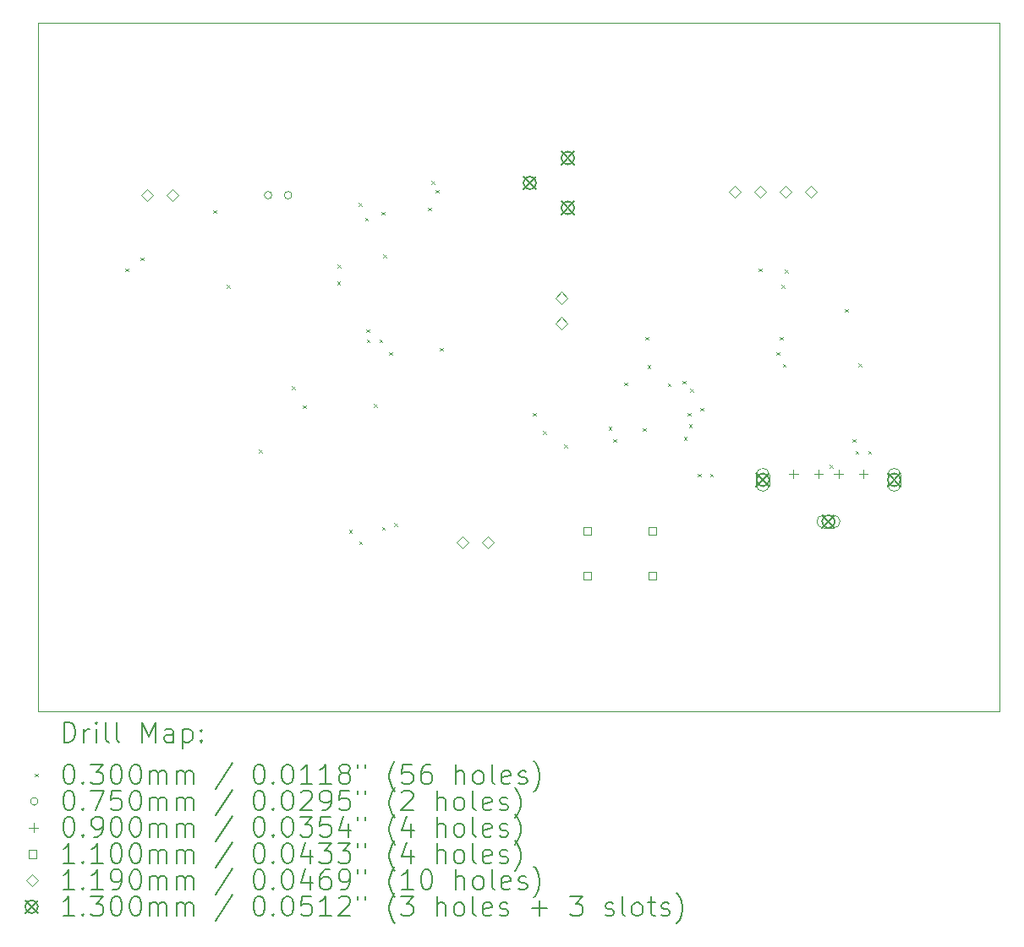
<source format=gbr>
%TF.GenerationSoftware,KiCad,Pcbnew,8.0.8*%
%TF.CreationDate,2025-04-07T15:17:33-05:00*%
%TF.ProjectId,finalproject,66696e61-6c70-4726-9f6a-6563742e6b69,rev?*%
%TF.SameCoordinates,Original*%
%TF.FileFunction,Drillmap*%
%TF.FilePolarity,Positive*%
%FSLAX45Y45*%
G04 Gerber Fmt 4.5, Leading zero omitted, Abs format (unit mm)*
G04 Created by KiCad (PCBNEW 8.0.8) date 2025-04-07 15:17:33*
%MOMM*%
%LPD*%
G01*
G04 APERTURE LIST*
%ADD10C,0.050000*%
%ADD11C,0.200000*%
%ADD12C,0.100000*%
%ADD13C,0.110000*%
%ADD14C,0.119000*%
%ADD15C,0.130000*%
G04 APERTURE END LIST*
D10*
X6743700Y-5664200D02*
X16370300Y-5664200D01*
X16370300Y-12560300D01*
X6743700Y-12560300D01*
X6743700Y-5664200D01*
D11*
D12*
X7616900Y-8125700D02*
X7646900Y-8155700D01*
X7646900Y-8125700D02*
X7616900Y-8155700D01*
X7767700Y-8015516D02*
X7797700Y-8045516D01*
X7797700Y-8015516D02*
X7767700Y-8045516D01*
X8494000Y-7541500D02*
X8524000Y-7571500D01*
X8524000Y-7541500D02*
X8494000Y-7571500D01*
X8633700Y-8290800D02*
X8663700Y-8320800D01*
X8663700Y-8290800D02*
X8633700Y-8320800D01*
X8951200Y-9941800D02*
X8981200Y-9971800D01*
X8981200Y-9941800D02*
X8951200Y-9971800D01*
X9281400Y-9306800D02*
X9311400Y-9336800D01*
X9311400Y-9306800D02*
X9281400Y-9336800D01*
X9395700Y-9497300D02*
X9425700Y-9527300D01*
X9425700Y-9497300D02*
X9395700Y-9527300D01*
X9737509Y-8258288D02*
X9767509Y-8288288D01*
X9767509Y-8258288D02*
X9737509Y-8288288D01*
X9738600Y-8087600D02*
X9768600Y-8117600D01*
X9768600Y-8087600D02*
X9738600Y-8117600D01*
X9856434Y-10747934D02*
X9886434Y-10777934D01*
X9886434Y-10747934D02*
X9856434Y-10777934D01*
X9954500Y-7468300D02*
X9984500Y-7498300D01*
X9984500Y-7468300D02*
X9954500Y-7498300D01*
X9956716Y-10860916D02*
X9986716Y-10890916D01*
X9986716Y-10860916D02*
X9956716Y-10890916D01*
X10015262Y-7619100D02*
X10045262Y-7649100D01*
X10045262Y-7619100D02*
X10015262Y-7649100D01*
X10030700Y-8735300D02*
X10060700Y-8765300D01*
X10060700Y-8735300D02*
X10030700Y-8765300D01*
X10034600Y-8836900D02*
X10064600Y-8866900D01*
X10064600Y-8836900D02*
X10034600Y-8866900D01*
X10106900Y-9484600D02*
X10136900Y-9514600D01*
X10136900Y-9484600D02*
X10106900Y-9514600D01*
X10160000Y-8836900D02*
X10190000Y-8866900D01*
X10190000Y-8836900D02*
X10160000Y-8866900D01*
X10183100Y-7556400D02*
X10213100Y-7586400D01*
X10213100Y-7556400D02*
X10183100Y-7586400D01*
X10186600Y-10717450D02*
X10216600Y-10747450D01*
X10216600Y-10717450D02*
X10186600Y-10747450D01*
X10195800Y-7986000D02*
X10225800Y-8016000D01*
X10225800Y-7986000D02*
X10195800Y-8016000D01*
X10259300Y-8963900D02*
X10289300Y-8993900D01*
X10289300Y-8963900D02*
X10259300Y-8993900D01*
X10306600Y-10678200D02*
X10336600Y-10708200D01*
X10336600Y-10678200D02*
X10306600Y-10708200D01*
X10646600Y-7516100D02*
X10676600Y-7546100D01*
X10676600Y-7516100D02*
X10646600Y-7546100D01*
X10678400Y-7249400D02*
X10708400Y-7279400D01*
X10708400Y-7249400D02*
X10678400Y-7279400D01*
X10722800Y-7338300D02*
X10752800Y-7368300D01*
X10752800Y-7338300D02*
X10722800Y-7368300D01*
X10767300Y-8920700D02*
X10797300Y-8950700D01*
X10797300Y-8920700D02*
X10767300Y-8950700D01*
X11694400Y-9573500D02*
X11724400Y-9603500D01*
X11724400Y-9573500D02*
X11694400Y-9603500D01*
X11796000Y-9754250D02*
X11826000Y-9784250D01*
X11826000Y-9754250D02*
X11796000Y-9784250D01*
X12011900Y-9891150D02*
X12041900Y-9921150D01*
X12041900Y-9891150D02*
X12011900Y-9921150D01*
X12455311Y-9712261D02*
X12485311Y-9742261D01*
X12485311Y-9712261D02*
X12455311Y-9742261D01*
X12502064Y-9835214D02*
X12532064Y-9865214D01*
X12532064Y-9835214D02*
X12502064Y-9865214D01*
X12608800Y-9268700D02*
X12638800Y-9298700D01*
X12638800Y-9268700D02*
X12608800Y-9298700D01*
X12799300Y-9726050D02*
X12829300Y-9756050D01*
X12829300Y-9726050D02*
X12799300Y-9756050D01*
X12824700Y-8811650D02*
X12854700Y-8841650D01*
X12854700Y-8811650D02*
X12824700Y-8841650D01*
X12845509Y-9095641D02*
X12875509Y-9125641D01*
X12875509Y-9095641D02*
X12845509Y-9125641D01*
X13044989Y-9277161D02*
X13074989Y-9307161D01*
X13074989Y-9277161D02*
X13044989Y-9307161D01*
X13196632Y-9251461D02*
X13226632Y-9281461D01*
X13226632Y-9251461D02*
X13196632Y-9281461D01*
X13207568Y-9813082D02*
X13237568Y-9843082D01*
X13237568Y-9813082D02*
X13207568Y-9843082D01*
X13243800Y-9573650D02*
X13273800Y-9603650D01*
X13273800Y-9573650D02*
X13243800Y-9603650D01*
X13258139Y-9686311D02*
X13288139Y-9716311D01*
X13288139Y-9686311D02*
X13258139Y-9716311D01*
X13269200Y-9330250D02*
X13299200Y-9360250D01*
X13299200Y-9330250D02*
X13269200Y-9360250D01*
X13345400Y-10183250D02*
X13375400Y-10213250D01*
X13375400Y-10183250D02*
X13345400Y-10213250D01*
X13370800Y-9524400D02*
X13400800Y-9554400D01*
X13400800Y-9524400D02*
X13370800Y-9554400D01*
X13471600Y-10183250D02*
X13501600Y-10213250D01*
X13501600Y-10183250D02*
X13471600Y-10213250D01*
X13955000Y-8125850D02*
X13985000Y-8155850D01*
X13985000Y-8125850D02*
X13955000Y-8155850D01*
X14132800Y-8964050D02*
X14162800Y-8994050D01*
X14162800Y-8964050D02*
X14132800Y-8994050D01*
X14170900Y-8811650D02*
X14200900Y-8841650D01*
X14200900Y-8811650D02*
X14170900Y-8841650D01*
X14183600Y-8288550D02*
X14213600Y-8318550D01*
X14213600Y-8288550D02*
X14183600Y-8318550D01*
X14198720Y-9080770D02*
X14228720Y-9110770D01*
X14228720Y-9080770D02*
X14198720Y-9110770D01*
X14221700Y-8137750D02*
X14251700Y-8167750D01*
X14251700Y-8137750D02*
X14221700Y-8167750D01*
X14666200Y-10094350D02*
X14696200Y-10124350D01*
X14696200Y-10094350D02*
X14666200Y-10124350D01*
X14822500Y-8530886D02*
X14852500Y-8560886D01*
X14852500Y-8530886D02*
X14822500Y-8560886D01*
X14898636Y-9836514D02*
X14928636Y-9866514D01*
X14928636Y-9836514D02*
X14898636Y-9866514D01*
X14928100Y-9954650D02*
X14958100Y-9984650D01*
X14958100Y-9954650D02*
X14928100Y-9984650D01*
X14958300Y-9079450D02*
X14988300Y-9109450D01*
X14988300Y-9079450D02*
X14958300Y-9109450D01*
X15053500Y-9954650D02*
X15083500Y-9984650D01*
X15083500Y-9954650D02*
X15053500Y-9984650D01*
X9083100Y-7391400D02*
G75*
G02*
X9008100Y-7391400I-37500J0D01*
G01*
X9008100Y-7391400D02*
G75*
G02*
X9083100Y-7391400I37500J0D01*
G01*
X9283100Y-7391400D02*
G75*
G02*
X9208100Y-7391400I-37500J0D01*
G01*
X9208100Y-7391400D02*
G75*
G02*
X9283100Y-7391400I37500J0D01*
G01*
X14305800Y-10139250D02*
X14305800Y-10229250D01*
X14260800Y-10184250D02*
X14350800Y-10184250D01*
X14555800Y-10139250D02*
X14555800Y-10229250D01*
X14510800Y-10184250D02*
X14600800Y-10184250D01*
X14755800Y-10139250D02*
X14755800Y-10229250D01*
X14710800Y-10184250D02*
X14800800Y-10184250D01*
X15005800Y-10139250D02*
X15005800Y-10229250D01*
X14960800Y-10184250D02*
X15050800Y-10184250D01*
D13*
X12281691Y-10795791D02*
X12281691Y-10718009D01*
X12203909Y-10718009D01*
X12203909Y-10795791D01*
X12281691Y-10795791D01*
X12281691Y-11245791D02*
X12281691Y-11168009D01*
X12203909Y-11168009D01*
X12203909Y-11245791D01*
X12281691Y-11245791D01*
X12931691Y-10795791D02*
X12931691Y-10718009D01*
X12853909Y-10718009D01*
X12853909Y-10795791D01*
X12931691Y-10795791D01*
X12931691Y-11245791D02*
X12931691Y-11168009D01*
X12853909Y-11168009D01*
X12853909Y-11245791D01*
X12931691Y-11245791D01*
D14*
X7832700Y-7450900D02*
X7892200Y-7391400D01*
X7832700Y-7331900D01*
X7773200Y-7391400D01*
X7832700Y-7450900D01*
X8086700Y-7450900D02*
X8146200Y-7391400D01*
X8086700Y-7331900D01*
X8027200Y-7391400D01*
X8086700Y-7450900D01*
X10992150Y-10931650D02*
X11051650Y-10872150D01*
X10992150Y-10812650D01*
X10932650Y-10872150D01*
X10992150Y-10931650D01*
X11246150Y-10931650D02*
X11305650Y-10872150D01*
X11246150Y-10812650D01*
X11186650Y-10872150D01*
X11246150Y-10931650D01*
X11982400Y-8479600D02*
X12041900Y-8420100D01*
X11982400Y-8360600D01*
X11922900Y-8420100D01*
X11982400Y-8479600D01*
X11982400Y-8733600D02*
X12041900Y-8674100D01*
X11982400Y-8614600D01*
X11922900Y-8674100D01*
X11982400Y-8733600D01*
X13716000Y-7412950D02*
X13775500Y-7353450D01*
X13716000Y-7293950D01*
X13656500Y-7353450D01*
X13716000Y-7412950D01*
X13970000Y-7412950D02*
X14029500Y-7353450D01*
X13970000Y-7293950D01*
X13910500Y-7353450D01*
X13970000Y-7412950D01*
X14224000Y-7412950D02*
X14283500Y-7353450D01*
X14224000Y-7293950D01*
X14164500Y-7353450D01*
X14224000Y-7412950D01*
X14478000Y-7412950D02*
X14537500Y-7353450D01*
X14478000Y-7293950D01*
X14418500Y-7353450D01*
X14478000Y-7412950D01*
D15*
X11600900Y-7203400D02*
X11730900Y-7333400D01*
X11730900Y-7203400D02*
X11600900Y-7333400D01*
X11730900Y-7268400D02*
G75*
G02*
X11600900Y-7268400I-65000J0D01*
G01*
X11600900Y-7268400D02*
G75*
G02*
X11730900Y-7268400I65000J0D01*
G01*
X11980900Y-6953400D02*
X12110900Y-7083400D01*
X12110900Y-6953400D02*
X11980900Y-7083400D01*
X12110900Y-7018400D02*
G75*
G02*
X11980900Y-7018400I-65000J0D01*
G01*
X11980900Y-7018400D02*
G75*
G02*
X12110900Y-7018400I65000J0D01*
G01*
X11980900Y-7453400D02*
X12110900Y-7583400D01*
X12110900Y-7453400D02*
X11980900Y-7583400D01*
X12110900Y-7518400D02*
G75*
G02*
X11980900Y-7518400I-65000J0D01*
G01*
X11980900Y-7518400D02*
G75*
G02*
X12110900Y-7518400I65000J0D01*
G01*
X13933800Y-10179250D02*
X14063800Y-10309250D01*
X14063800Y-10179250D02*
X13933800Y-10309250D01*
X14063800Y-10244250D02*
G75*
G02*
X13933800Y-10244250I-65000J0D01*
G01*
X13933800Y-10244250D02*
G75*
G02*
X14063800Y-10244250I65000J0D01*
G01*
D12*
X14063800Y-10294250D02*
X14063800Y-10194250D01*
X13933800Y-10194250D02*
G75*
G02*
X14063800Y-10194250I65000J0D01*
G01*
X13933800Y-10194250D02*
X13933800Y-10294250D01*
X13933800Y-10294250D02*
G75*
G03*
X14063800Y-10294250I65000J0D01*
G01*
D15*
X14590800Y-10597250D02*
X14720800Y-10727250D01*
X14720800Y-10597250D02*
X14590800Y-10727250D01*
X14720800Y-10662250D02*
G75*
G02*
X14590800Y-10662250I-65000J0D01*
G01*
X14590800Y-10662250D02*
G75*
G02*
X14720800Y-10662250I65000J0D01*
G01*
D12*
X14705800Y-10597250D02*
X14605800Y-10597250D01*
X14605800Y-10727250D02*
G75*
G02*
X14605800Y-10597250I0J65000D01*
G01*
X14605800Y-10727250D02*
X14705800Y-10727250D01*
X14705800Y-10727250D02*
G75*
G03*
X14705800Y-10597250I0J65000D01*
G01*
D15*
X15247800Y-10179250D02*
X15377800Y-10309250D01*
X15377800Y-10179250D02*
X15247800Y-10309250D01*
X15377800Y-10244250D02*
G75*
G02*
X15247800Y-10244250I-65000J0D01*
G01*
X15247800Y-10244250D02*
G75*
G02*
X15377800Y-10244250I65000J0D01*
G01*
D12*
X15247800Y-10194250D02*
X15247800Y-10294250D01*
X15377800Y-10294250D02*
G75*
G02*
X15247800Y-10294250I-65000J0D01*
G01*
X15377800Y-10294250D02*
X15377800Y-10194250D01*
X15377800Y-10194250D02*
G75*
G03*
X15247800Y-10194250I-65000J0D01*
G01*
D11*
X7001977Y-12874284D02*
X7001977Y-12674284D01*
X7001977Y-12674284D02*
X7049596Y-12674284D01*
X7049596Y-12674284D02*
X7078167Y-12683808D01*
X7078167Y-12683808D02*
X7097215Y-12702855D01*
X7097215Y-12702855D02*
X7106739Y-12721903D01*
X7106739Y-12721903D02*
X7116262Y-12759998D01*
X7116262Y-12759998D02*
X7116262Y-12788569D01*
X7116262Y-12788569D02*
X7106739Y-12826665D01*
X7106739Y-12826665D02*
X7097215Y-12845712D01*
X7097215Y-12845712D02*
X7078167Y-12864760D01*
X7078167Y-12864760D02*
X7049596Y-12874284D01*
X7049596Y-12874284D02*
X7001977Y-12874284D01*
X7201977Y-12874284D02*
X7201977Y-12740950D01*
X7201977Y-12779046D02*
X7211501Y-12759998D01*
X7211501Y-12759998D02*
X7221024Y-12750474D01*
X7221024Y-12750474D02*
X7240072Y-12740950D01*
X7240072Y-12740950D02*
X7259120Y-12740950D01*
X7325786Y-12874284D02*
X7325786Y-12740950D01*
X7325786Y-12674284D02*
X7316262Y-12683808D01*
X7316262Y-12683808D02*
X7325786Y-12693331D01*
X7325786Y-12693331D02*
X7335310Y-12683808D01*
X7335310Y-12683808D02*
X7325786Y-12674284D01*
X7325786Y-12674284D02*
X7325786Y-12693331D01*
X7449596Y-12874284D02*
X7430548Y-12864760D01*
X7430548Y-12864760D02*
X7421024Y-12845712D01*
X7421024Y-12845712D02*
X7421024Y-12674284D01*
X7554358Y-12874284D02*
X7535310Y-12864760D01*
X7535310Y-12864760D02*
X7525786Y-12845712D01*
X7525786Y-12845712D02*
X7525786Y-12674284D01*
X7782929Y-12874284D02*
X7782929Y-12674284D01*
X7782929Y-12674284D02*
X7849596Y-12817141D01*
X7849596Y-12817141D02*
X7916262Y-12674284D01*
X7916262Y-12674284D02*
X7916262Y-12874284D01*
X8097215Y-12874284D02*
X8097215Y-12769522D01*
X8097215Y-12769522D02*
X8087691Y-12750474D01*
X8087691Y-12750474D02*
X8068643Y-12740950D01*
X8068643Y-12740950D02*
X8030548Y-12740950D01*
X8030548Y-12740950D02*
X8011501Y-12750474D01*
X8097215Y-12864760D02*
X8078167Y-12874284D01*
X8078167Y-12874284D02*
X8030548Y-12874284D01*
X8030548Y-12874284D02*
X8011501Y-12864760D01*
X8011501Y-12864760D02*
X8001977Y-12845712D01*
X8001977Y-12845712D02*
X8001977Y-12826665D01*
X8001977Y-12826665D02*
X8011501Y-12807617D01*
X8011501Y-12807617D02*
X8030548Y-12798093D01*
X8030548Y-12798093D02*
X8078167Y-12798093D01*
X8078167Y-12798093D02*
X8097215Y-12788569D01*
X8192453Y-12740950D02*
X8192453Y-12940950D01*
X8192453Y-12750474D02*
X8211501Y-12740950D01*
X8211501Y-12740950D02*
X8249596Y-12740950D01*
X8249596Y-12740950D02*
X8268643Y-12750474D01*
X8268643Y-12750474D02*
X8278167Y-12759998D01*
X8278167Y-12759998D02*
X8287691Y-12779046D01*
X8287691Y-12779046D02*
X8287691Y-12836188D01*
X8287691Y-12836188D02*
X8278167Y-12855236D01*
X8278167Y-12855236D02*
X8268643Y-12864760D01*
X8268643Y-12864760D02*
X8249596Y-12874284D01*
X8249596Y-12874284D02*
X8211501Y-12874284D01*
X8211501Y-12874284D02*
X8192453Y-12864760D01*
X8373405Y-12855236D02*
X8382929Y-12864760D01*
X8382929Y-12864760D02*
X8373405Y-12874284D01*
X8373405Y-12874284D02*
X8363882Y-12864760D01*
X8363882Y-12864760D02*
X8373405Y-12855236D01*
X8373405Y-12855236D02*
X8373405Y-12874284D01*
X8373405Y-12750474D02*
X8382929Y-12759998D01*
X8382929Y-12759998D02*
X8373405Y-12769522D01*
X8373405Y-12769522D02*
X8363882Y-12759998D01*
X8363882Y-12759998D02*
X8373405Y-12750474D01*
X8373405Y-12750474D02*
X8373405Y-12769522D01*
D12*
X6711200Y-13187800D02*
X6741200Y-13217800D01*
X6741200Y-13187800D02*
X6711200Y-13217800D01*
D11*
X7040072Y-13094284D02*
X7059120Y-13094284D01*
X7059120Y-13094284D02*
X7078167Y-13103808D01*
X7078167Y-13103808D02*
X7087691Y-13113331D01*
X7087691Y-13113331D02*
X7097215Y-13132379D01*
X7097215Y-13132379D02*
X7106739Y-13170474D01*
X7106739Y-13170474D02*
X7106739Y-13218093D01*
X7106739Y-13218093D02*
X7097215Y-13256188D01*
X7097215Y-13256188D02*
X7087691Y-13275236D01*
X7087691Y-13275236D02*
X7078167Y-13284760D01*
X7078167Y-13284760D02*
X7059120Y-13294284D01*
X7059120Y-13294284D02*
X7040072Y-13294284D01*
X7040072Y-13294284D02*
X7021024Y-13284760D01*
X7021024Y-13284760D02*
X7011501Y-13275236D01*
X7011501Y-13275236D02*
X7001977Y-13256188D01*
X7001977Y-13256188D02*
X6992453Y-13218093D01*
X6992453Y-13218093D02*
X6992453Y-13170474D01*
X6992453Y-13170474D02*
X7001977Y-13132379D01*
X7001977Y-13132379D02*
X7011501Y-13113331D01*
X7011501Y-13113331D02*
X7021024Y-13103808D01*
X7021024Y-13103808D02*
X7040072Y-13094284D01*
X7192453Y-13275236D02*
X7201977Y-13284760D01*
X7201977Y-13284760D02*
X7192453Y-13294284D01*
X7192453Y-13294284D02*
X7182929Y-13284760D01*
X7182929Y-13284760D02*
X7192453Y-13275236D01*
X7192453Y-13275236D02*
X7192453Y-13294284D01*
X7268643Y-13094284D02*
X7392453Y-13094284D01*
X7392453Y-13094284D02*
X7325786Y-13170474D01*
X7325786Y-13170474D02*
X7354358Y-13170474D01*
X7354358Y-13170474D02*
X7373405Y-13179998D01*
X7373405Y-13179998D02*
X7382929Y-13189522D01*
X7382929Y-13189522D02*
X7392453Y-13208569D01*
X7392453Y-13208569D02*
X7392453Y-13256188D01*
X7392453Y-13256188D02*
X7382929Y-13275236D01*
X7382929Y-13275236D02*
X7373405Y-13284760D01*
X7373405Y-13284760D02*
X7354358Y-13294284D01*
X7354358Y-13294284D02*
X7297215Y-13294284D01*
X7297215Y-13294284D02*
X7278167Y-13284760D01*
X7278167Y-13284760D02*
X7268643Y-13275236D01*
X7516262Y-13094284D02*
X7535310Y-13094284D01*
X7535310Y-13094284D02*
X7554358Y-13103808D01*
X7554358Y-13103808D02*
X7563882Y-13113331D01*
X7563882Y-13113331D02*
X7573405Y-13132379D01*
X7573405Y-13132379D02*
X7582929Y-13170474D01*
X7582929Y-13170474D02*
X7582929Y-13218093D01*
X7582929Y-13218093D02*
X7573405Y-13256188D01*
X7573405Y-13256188D02*
X7563882Y-13275236D01*
X7563882Y-13275236D02*
X7554358Y-13284760D01*
X7554358Y-13284760D02*
X7535310Y-13294284D01*
X7535310Y-13294284D02*
X7516262Y-13294284D01*
X7516262Y-13294284D02*
X7497215Y-13284760D01*
X7497215Y-13284760D02*
X7487691Y-13275236D01*
X7487691Y-13275236D02*
X7478167Y-13256188D01*
X7478167Y-13256188D02*
X7468643Y-13218093D01*
X7468643Y-13218093D02*
X7468643Y-13170474D01*
X7468643Y-13170474D02*
X7478167Y-13132379D01*
X7478167Y-13132379D02*
X7487691Y-13113331D01*
X7487691Y-13113331D02*
X7497215Y-13103808D01*
X7497215Y-13103808D02*
X7516262Y-13094284D01*
X7706739Y-13094284D02*
X7725786Y-13094284D01*
X7725786Y-13094284D02*
X7744834Y-13103808D01*
X7744834Y-13103808D02*
X7754358Y-13113331D01*
X7754358Y-13113331D02*
X7763882Y-13132379D01*
X7763882Y-13132379D02*
X7773405Y-13170474D01*
X7773405Y-13170474D02*
X7773405Y-13218093D01*
X7773405Y-13218093D02*
X7763882Y-13256188D01*
X7763882Y-13256188D02*
X7754358Y-13275236D01*
X7754358Y-13275236D02*
X7744834Y-13284760D01*
X7744834Y-13284760D02*
X7725786Y-13294284D01*
X7725786Y-13294284D02*
X7706739Y-13294284D01*
X7706739Y-13294284D02*
X7687691Y-13284760D01*
X7687691Y-13284760D02*
X7678167Y-13275236D01*
X7678167Y-13275236D02*
X7668643Y-13256188D01*
X7668643Y-13256188D02*
X7659120Y-13218093D01*
X7659120Y-13218093D02*
X7659120Y-13170474D01*
X7659120Y-13170474D02*
X7668643Y-13132379D01*
X7668643Y-13132379D02*
X7678167Y-13113331D01*
X7678167Y-13113331D02*
X7687691Y-13103808D01*
X7687691Y-13103808D02*
X7706739Y-13094284D01*
X7859120Y-13294284D02*
X7859120Y-13160950D01*
X7859120Y-13179998D02*
X7868643Y-13170474D01*
X7868643Y-13170474D02*
X7887691Y-13160950D01*
X7887691Y-13160950D02*
X7916263Y-13160950D01*
X7916263Y-13160950D02*
X7935310Y-13170474D01*
X7935310Y-13170474D02*
X7944834Y-13189522D01*
X7944834Y-13189522D02*
X7944834Y-13294284D01*
X7944834Y-13189522D02*
X7954358Y-13170474D01*
X7954358Y-13170474D02*
X7973405Y-13160950D01*
X7973405Y-13160950D02*
X8001977Y-13160950D01*
X8001977Y-13160950D02*
X8021024Y-13170474D01*
X8021024Y-13170474D02*
X8030548Y-13189522D01*
X8030548Y-13189522D02*
X8030548Y-13294284D01*
X8125786Y-13294284D02*
X8125786Y-13160950D01*
X8125786Y-13179998D02*
X8135310Y-13170474D01*
X8135310Y-13170474D02*
X8154358Y-13160950D01*
X8154358Y-13160950D02*
X8182929Y-13160950D01*
X8182929Y-13160950D02*
X8201977Y-13170474D01*
X8201977Y-13170474D02*
X8211501Y-13189522D01*
X8211501Y-13189522D02*
X8211501Y-13294284D01*
X8211501Y-13189522D02*
X8221024Y-13170474D01*
X8221024Y-13170474D02*
X8240072Y-13160950D01*
X8240072Y-13160950D02*
X8268643Y-13160950D01*
X8268643Y-13160950D02*
X8287691Y-13170474D01*
X8287691Y-13170474D02*
X8297215Y-13189522D01*
X8297215Y-13189522D02*
X8297215Y-13294284D01*
X8687691Y-13084760D02*
X8516263Y-13341903D01*
X8944834Y-13094284D02*
X8963882Y-13094284D01*
X8963882Y-13094284D02*
X8982929Y-13103808D01*
X8982929Y-13103808D02*
X8992453Y-13113331D01*
X8992453Y-13113331D02*
X9001977Y-13132379D01*
X9001977Y-13132379D02*
X9011501Y-13170474D01*
X9011501Y-13170474D02*
X9011501Y-13218093D01*
X9011501Y-13218093D02*
X9001977Y-13256188D01*
X9001977Y-13256188D02*
X8992453Y-13275236D01*
X8992453Y-13275236D02*
X8982929Y-13284760D01*
X8982929Y-13284760D02*
X8963882Y-13294284D01*
X8963882Y-13294284D02*
X8944834Y-13294284D01*
X8944834Y-13294284D02*
X8925787Y-13284760D01*
X8925787Y-13284760D02*
X8916263Y-13275236D01*
X8916263Y-13275236D02*
X8906739Y-13256188D01*
X8906739Y-13256188D02*
X8897215Y-13218093D01*
X8897215Y-13218093D02*
X8897215Y-13170474D01*
X8897215Y-13170474D02*
X8906739Y-13132379D01*
X8906739Y-13132379D02*
X8916263Y-13113331D01*
X8916263Y-13113331D02*
X8925787Y-13103808D01*
X8925787Y-13103808D02*
X8944834Y-13094284D01*
X9097215Y-13275236D02*
X9106739Y-13284760D01*
X9106739Y-13284760D02*
X9097215Y-13294284D01*
X9097215Y-13294284D02*
X9087691Y-13284760D01*
X9087691Y-13284760D02*
X9097215Y-13275236D01*
X9097215Y-13275236D02*
X9097215Y-13294284D01*
X9230548Y-13094284D02*
X9249596Y-13094284D01*
X9249596Y-13094284D02*
X9268644Y-13103808D01*
X9268644Y-13103808D02*
X9278168Y-13113331D01*
X9278168Y-13113331D02*
X9287691Y-13132379D01*
X9287691Y-13132379D02*
X9297215Y-13170474D01*
X9297215Y-13170474D02*
X9297215Y-13218093D01*
X9297215Y-13218093D02*
X9287691Y-13256188D01*
X9287691Y-13256188D02*
X9278168Y-13275236D01*
X9278168Y-13275236D02*
X9268644Y-13284760D01*
X9268644Y-13284760D02*
X9249596Y-13294284D01*
X9249596Y-13294284D02*
X9230548Y-13294284D01*
X9230548Y-13294284D02*
X9211501Y-13284760D01*
X9211501Y-13284760D02*
X9201977Y-13275236D01*
X9201977Y-13275236D02*
X9192453Y-13256188D01*
X9192453Y-13256188D02*
X9182929Y-13218093D01*
X9182929Y-13218093D02*
X9182929Y-13170474D01*
X9182929Y-13170474D02*
X9192453Y-13132379D01*
X9192453Y-13132379D02*
X9201977Y-13113331D01*
X9201977Y-13113331D02*
X9211501Y-13103808D01*
X9211501Y-13103808D02*
X9230548Y-13094284D01*
X9487691Y-13294284D02*
X9373406Y-13294284D01*
X9430548Y-13294284D02*
X9430548Y-13094284D01*
X9430548Y-13094284D02*
X9411501Y-13122855D01*
X9411501Y-13122855D02*
X9392453Y-13141903D01*
X9392453Y-13141903D02*
X9373406Y-13151427D01*
X9678168Y-13294284D02*
X9563882Y-13294284D01*
X9621025Y-13294284D02*
X9621025Y-13094284D01*
X9621025Y-13094284D02*
X9601977Y-13122855D01*
X9601977Y-13122855D02*
X9582929Y-13141903D01*
X9582929Y-13141903D02*
X9563882Y-13151427D01*
X9792453Y-13179998D02*
X9773406Y-13170474D01*
X9773406Y-13170474D02*
X9763882Y-13160950D01*
X9763882Y-13160950D02*
X9754358Y-13141903D01*
X9754358Y-13141903D02*
X9754358Y-13132379D01*
X9754358Y-13132379D02*
X9763882Y-13113331D01*
X9763882Y-13113331D02*
X9773406Y-13103808D01*
X9773406Y-13103808D02*
X9792453Y-13094284D01*
X9792453Y-13094284D02*
X9830549Y-13094284D01*
X9830549Y-13094284D02*
X9849596Y-13103808D01*
X9849596Y-13103808D02*
X9859120Y-13113331D01*
X9859120Y-13113331D02*
X9868644Y-13132379D01*
X9868644Y-13132379D02*
X9868644Y-13141903D01*
X9868644Y-13141903D02*
X9859120Y-13160950D01*
X9859120Y-13160950D02*
X9849596Y-13170474D01*
X9849596Y-13170474D02*
X9830549Y-13179998D01*
X9830549Y-13179998D02*
X9792453Y-13179998D01*
X9792453Y-13179998D02*
X9773406Y-13189522D01*
X9773406Y-13189522D02*
X9763882Y-13199046D01*
X9763882Y-13199046D02*
X9754358Y-13218093D01*
X9754358Y-13218093D02*
X9754358Y-13256188D01*
X9754358Y-13256188D02*
X9763882Y-13275236D01*
X9763882Y-13275236D02*
X9773406Y-13284760D01*
X9773406Y-13284760D02*
X9792453Y-13294284D01*
X9792453Y-13294284D02*
X9830549Y-13294284D01*
X9830549Y-13294284D02*
X9849596Y-13284760D01*
X9849596Y-13284760D02*
X9859120Y-13275236D01*
X9859120Y-13275236D02*
X9868644Y-13256188D01*
X9868644Y-13256188D02*
X9868644Y-13218093D01*
X9868644Y-13218093D02*
X9859120Y-13199046D01*
X9859120Y-13199046D02*
X9849596Y-13189522D01*
X9849596Y-13189522D02*
X9830549Y-13179998D01*
X9944834Y-13094284D02*
X9944834Y-13132379D01*
X10021025Y-13094284D02*
X10021025Y-13132379D01*
X10316263Y-13370474D02*
X10306739Y-13360950D01*
X10306739Y-13360950D02*
X10287691Y-13332379D01*
X10287691Y-13332379D02*
X10278168Y-13313331D01*
X10278168Y-13313331D02*
X10268644Y-13284760D01*
X10268644Y-13284760D02*
X10259120Y-13237141D01*
X10259120Y-13237141D02*
X10259120Y-13199046D01*
X10259120Y-13199046D02*
X10268644Y-13151427D01*
X10268644Y-13151427D02*
X10278168Y-13122855D01*
X10278168Y-13122855D02*
X10287691Y-13103808D01*
X10287691Y-13103808D02*
X10306739Y-13075236D01*
X10306739Y-13075236D02*
X10316263Y-13065712D01*
X10487691Y-13094284D02*
X10392453Y-13094284D01*
X10392453Y-13094284D02*
X10382930Y-13189522D01*
X10382930Y-13189522D02*
X10392453Y-13179998D01*
X10392453Y-13179998D02*
X10411501Y-13170474D01*
X10411501Y-13170474D02*
X10459120Y-13170474D01*
X10459120Y-13170474D02*
X10478168Y-13179998D01*
X10478168Y-13179998D02*
X10487691Y-13189522D01*
X10487691Y-13189522D02*
X10497215Y-13208569D01*
X10497215Y-13208569D02*
X10497215Y-13256188D01*
X10497215Y-13256188D02*
X10487691Y-13275236D01*
X10487691Y-13275236D02*
X10478168Y-13284760D01*
X10478168Y-13284760D02*
X10459120Y-13294284D01*
X10459120Y-13294284D02*
X10411501Y-13294284D01*
X10411501Y-13294284D02*
X10392453Y-13284760D01*
X10392453Y-13284760D02*
X10382930Y-13275236D01*
X10668644Y-13094284D02*
X10630549Y-13094284D01*
X10630549Y-13094284D02*
X10611501Y-13103808D01*
X10611501Y-13103808D02*
X10601977Y-13113331D01*
X10601977Y-13113331D02*
X10582930Y-13141903D01*
X10582930Y-13141903D02*
X10573406Y-13179998D01*
X10573406Y-13179998D02*
X10573406Y-13256188D01*
X10573406Y-13256188D02*
X10582930Y-13275236D01*
X10582930Y-13275236D02*
X10592453Y-13284760D01*
X10592453Y-13284760D02*
X10611501Y-13294284D01*
X10611501Y-13294284D02*
X10649596Y-13294284D01*
X10649596Y-13294284D02*
X10668644Y-13284760D01*
X10668644Y-13284760D02*
X10678168Y-13275236D01*
X10678168Y-13275236D02*
X10687691Y-13256188D01*
X10687691Y-13256188D02*
X10687691Y-13208569D01*
X10687691Y-13208569D02*
X10678168Y-13189522D01*
X10678168Y-13189522D02*
X10668644Y-13179998D01*
X10668644Y-13179998D02*
X10649596Y-13170474D01*
X10649596Y-13170474D02*
X10611501Y-13170474D01*
X10611501Y-13170474D02*
X10592453Y-13179998D01*
X10592453Y-13179998D02*
X10582930Y-13189522D01*
X10582930Y-13189522D02*
X10573406Y-13208569D01*
X10925787Y-13294284D02*
X10925787Y-13094284D01*
X11011501Y-13294284D02*
X11011501Y-13189522D01*
X11011501Y-13189522D02*
X11001977Y-13170474D01*
X11001977Y-13170474D02*
X10982930Y-13160950D01*
X10982930Y-13160950D02*
X10954358Y-13160950D01*
X10954358Y-13160950D02*
X10935311Y-13170474D01*
X10935311Y-13170474D02*
X10925787Y-13179998D01*
X11135311Y-13294284D02*
X11116263Y-13284760D01*
X11116263Y-13284760D02*
X11106739Y-13275236D01*
X11106739Y-13275236D02*
X11097215Y-13256188D01*
X11097215Y-13256188D02*
X11097215Y-13199046D01*
X11097215Y-13199046D02*
X11106739Y-13179998D01*
X11106739Y-13179998D02*
X11116263Y-13170474D01*
X11116263Y-13170474D02*
X11135311Y-13160950D01*
X11135311Y-13160950D02*
X11163882Y-13160950D01*
X11163882Y-13160950D02*
X11182930Y-13170474D01*
X11182930Y-13170474D02*
X11192453Y-13179998D01*
X11192453Y-13179998D02*
X11201977Y-13199046D01*
X11201977Y-13199046D02*
X11201977Y-13256188D01*
X11201977Y-13256188D02*
X11192453Y-13275236D01*
X11192453Y-13275236D02*
X11182930Y-13284760D01*
X11182930Y-13284760D02*
X11163882Y-13294284D01*
X11163882Y-13294284D02*
X11135311Y-13294284D01*
X11316263Y-13294284D02*
X11297215Y-13284760D01*
X11297215Y-13284760D02*
X11287691Y-13265712D01*
X11287691Y-13265712D02*
X11287691Y-13094284D01*
X11468644Y-13284760D02*
X11449596Y-13294284D01*
X11449596Y-13294284D02*
X11411501Y-13294284D01*
X11411501Y-13294284D02*
X11392453Y-13284760D01*
X11392453Y-13284760D02*
X11382930Y-13265712D01*
X11382930Y-13265712D02*
X11382930Y-13189522D01*
X11382930Y-13189522D02*
X11392453Y-13170474D01*
X11392453Y-13170474D02*
X11411501Y-13160950D01*
X11411501Y-13160950D02*
X11449596Y-13160950D01*
X11449596Y-13160950D02*
X11468644Y-13170474D01*
X11468644Y-13170474D02*
X11478168Y-13189522D01*
X11478168Y-13189522D02*
X11478168Y-13208569D01*
X11478168Y-13208569D02*
X11382930Y-13227617D01*
X11554358Y-13284760D02*
X11573406Y-13294284D01*
X11573406Y-13294284D02*
X11611501Y-13294284D01*
X11611501Y-13294284D02*
X11630549Y-13284760D01*
X11630549Y-13284760D02*
X11640072Y-13265712D01*
X11640072Y-13265712D02*
X11640072Y-13256188D01*
X11640072Y-13256188D02*
X11630549Y-13237141D01*
X11630549Y-13237141D02*
X11611501Y-13227617D01*
X11611501Y-13227617D02*
X11582930Y-13227617D01*
X11582930Y-13227617D02*
X11563882Y-13218093D01*
X11563882Y-13218093D02*
X11554358Y-13199046D01*
X11554358Y-13199046D02*
X11554358Y-13189522D01*
X11554358Y-13189522D02*
X11563882Y-13170474D01*
X11563882Y-13170474D02*
X11582930Y-13160950D01*
X11582930Y-13160950D02*
X11611501Y-13160950D01*
X11611501Y-13160950D02*
X11630549Y-13170474D01*
X11706739Y-13370474D02*
X11716263Y-13360950D01*
X11716263Y-13360950D02*
X11735311Y-13332379D01*
X11735311Y-13332379D02*
X11744834Y-13313331D01*
X11744834Y-13313331D02*
X11754358Y-13284760D01*
X11754358Y-13284760D02*
X11763882Y-13237141D01*
X11763882Y-13237141D02*
X11763882Y-13199046D01*
X11763882Y-13199046D02*
X11754358Y-13151427D01*
X11754358Y-13151427D02*
X11744834Y-13122855D01*
X11744834Y-13122855D02*
X11735311Y-13103808D01*
X11735311Y-13103808D02*
X11716263Y-13075236D01*
X11716263Y-13075236D02*
X11706739Y-13065712D01*
D12*
X6741200Y-13466800D02*
G75*
G02*
X6666200Y-13466800I-37500J0D01*
G01*
X6666200Y-13466800D02*
G75*
G02*
X6741200Y-13466800I37500J0D01*
G01*
D11*
X7040072Y-13358284D02*
X7059120Y-13358284D01*
X7059120Y-13358284D02*
X7078167Y-13367808D01*
X7078167Y-13367808D02*
X7087691Y-13377331D01*
X7087691Y-13377331D02*
X7097215Y-13396379D01*
X7097215Y-13396379D02*
X7106739Y-13434474D01*
X7106739Y-13434474D02*
X7106739Y-13482093D01*
X7106739Y-13482093D02*
X7097215Y-13520188D01*
X7097215Y-13520188D02*
X7087691Y-13539236D01*
X7087691Y-13539236D02*
X7078167Y-13548760D01*
X7078167Y-13548760D02*
X7059120Y-13558284D01*
X7059120Y-13558284D02*
X7040072Y-13558284D01*
X7040072Y-13558284D02*
X7021024Y-13548760D01*
X7021024Y-13548760D02*
X7011501Y-13539236D01*
X7011501Y-13539236D02*
X7001977Y-13520188D01*
X7001977Y-13520188D02*
X6992453Y-13482093D01*
X6992453Y-13482093D02*
X6992453Y-13434474D01*
X6992453Y-13434474D02*
X7001977Y-13396379D01*
X7001977Y-13396379D02*
X7011501Y-13377331D01*
X7011501Y-13377331D02*
X7021024Y-13367808D01*
X7021024Y-13367808D02*
X7040072Y-13358284D01*
X7192453Y-13539236D02*
X7201977Y-13548760D01*
X7201977Y-13548760D02*
X7192453Y-13558284D01*
X7192453Y-13558284D02*
X7182929Y-13548760D01*
X7182929Y-13548760D02*
X7192453Y-13539236D01*
X7192453Y-13539236D02*
X7192453Y-13558284D01*
X7268643Y-13358284D02*
X7401977Y-13358284D01*
X7401977Y-13358284D02*
X7316262Y-13558284D01*
X7573405Y-13358284D02*
X7478167Y-13358284D01*
X7478167Y-13358284D02*
X7468643Y-13453522D01*
X7468643Y-13453522D02*
X7478167Y-13443998D01*
X7478167Y-13443998D02*
X7497215Y-13434474D01*
X7497215Y-13434474D02*
X7544834Y-13434474D01*
X7544834Y-13434474D02*
X7563882Y-13443998D01*
X7563882Y-13443998D02*
X7573405Y-13453522D01*
X7573405Y-13453522D02*
X7582929Y-13472569D01*
X7582929Y-13472569D02*
X7582929Y-13520188D01*
X7582929Y-13520188D02*
X7573405Y-13539236D01*
X7573405Y-13539236D02*
X7563882Y-13548760D01*
X7563882Y-13548760D02*
X7544834Y-13558284D01*
X7544834Y-13558284D02*
X7497215Y-13558284D01*
X7497215Y-13558284D02*
X7478167Y-13548760D01*
X7478167Y-13548760D02*
X7468643Y-13539236D01*
X7706739Y-13358284D02*
X7725786Y-13358284D01*
X7725786Y-13358284D02*
X7744834Y-13367808D01*
X7744834Y-13367808D02*
X7754358Y-13377331D01*
X7754358Y-13377331D02*
X7763882Y-13396379D01*
X7763882Y-13396379D02*
X7773405Y-13434474D01*
X7773405Y-13434474D02*
X7773405Y-13482093D01*
X7773405Y-13482093D02*
X7763882Y-13520188D01*
X7763882Y-13520188D02*
X7754358Y-13539236D01*
X7754358Y-13539236D02*
X7744834Y-13548760D01*
X7744834Y-13548760D02*
X7725786Y-13558284D01*
X7725786Y-13558284D02*
X7706739Y-13558284D01*
X7706739Y-13558284D02*
X7687691Y-13548760D01*
X7687691Y-13548760D02*
X7678167Y-13539236D01*
X7678167Y-13539236D02*
X7668643Y-13520188D01*
X7668643Y-13520188D02*
X7659120Y-13482093D01*
X7659120Y-13482093D02*
X7659120Y-13434474D01*
X7659120Y-13434474D02*
X7668643Y-13396379D01*
X7668643Y-13396379D02*
X7678167Y-13377331D01*
X7678167Y-13377331D02*
X7687691Y-13367808D01*
X7687691Y-13367808D02*
X7706739Y-13358284D01*
X7859120Y-13558284D02*
X7859120Y-13424950D01*
X7859120Y-13443998D02*
X7868643Y-13434474D01*
X7868643Y-13434474D02*
X7887691Y-13424950D01*
X7887691Y-13424950D02*
X7916263Y-13424950D01*
X7916263Y-13424950D02*
X7935310Y-13434474D01*
X7935310Y-13434474D02*
X7944834Y-13453522D01*
X7944834Y-13453522D02*
X7944834Y-13558284D01*
X7944834Y-13453522D02*
X7954358Y-13434474D01*
X7954358Y-13434474D02*
X7973405Y-13424950D01*
X7973405Y-13424950D02*
X8001977Y-13424950D01*
X8001977Y-13424950D02*
X8021024Y-13434474D01*
X8021024Y-13434474D02*
X8030548Y-13453522D01*
X8030548Y-13453522D02*
X8030548Y-13558284D01*
X8125786Y-13558284D02*
X8125786Y-13424950D01*
X8125786Y-13443998D02*
X8135310Y-13434474D01*
X8135310Y-13434474D02*
X8154358Y-13424950D01*
X8154358Y-13424950D02*
X8182929Y-13424950D01*
X8182929Y-13424950D02*
X8201977Y-13434474D01*
X8201977Y-13434474D02*
X8211501Y-13453522D01*
X8211501Y-13453522D02*
X8211501Y-13558284D01*
X8211501Y-13453522D02*
X8221024Y-13434474D01*
X8221024Y-13434474D02*
X8240072Y-13424950D01*
X8240072Y-13424950D02*
X8268643Y-13424950D01*
X8268643Y-13424950D02*
X8287691Y-13434474D01*
X8287691Y-13434474D02*
X8297215Y-13453522D01*
X8297215Y-13453522D02*
X8297215Y-13558284D01*
X8687691Y-13348760D02*
X8516263Y-13605903D01*
X8944834Y-13358284D02*
X8963882Y-13358284D01*
X8963882Y-13358284D02*
X8982929Y-13367808D01*
X8982929Y-13367808D02*
X8992453Y-13377331D01*
X8992453Y-13377331D02*
X9001977Y-13396379D01*
X9001977Y-13396379D02*
X9011501Y-13434474D01*
X9011501Y-13434474D02*
X9011501Y-13482093D01*
X9011501Y-13482093D02*
X9001977Y-13520188D01*
X9001977Y-13520188D02*
X8992453Y-13539236D01*
X8992453Y-13539236D02*
X8982929Y-13548760D01*
X8982929Y-13548760D02*
X8963882Y-13558284D01*
X8963882Y-13558284D02*
X8944834Y-13558284D01*
X8944834Y-13558284D02*
X8925787Y-13548760D01*
X8925787Y-13548760D02*
X8916263Y-13539236D01*
X8916263Y-13539236D02*
X8906739Y-13520188D01*
X8906739Y-13520188D02*
X8897215Y-13482093D01*
X8897215Y-13482093D02*
X8897215Y-13434474D01*
X8897215Y-13434474D02*
X8906739Y-13396379D01*
X8906739Y-13396379D02*
X8916263Y-13377331D01*
X8916263Y-13377331D02*
X8925787Y-13367808D01*
X8925787Y-13367808D02*
X8944834Y-13358284D01*
X9097215Y-13539236D02*
X9106739Y-13548760D01*
X9106739Y-13548760D02*
X9097215Y-13558284D01*
X9097215Y-13558284D02*
X9087691Y-13548760D01*
X9087691Y-13548760D02*
X9097215Y-13539236D01*
X9097215Y-13539236D02*
X9097215Y-13558284D01*
X9230548Y-13358284D02*
X9249596Y-13358284D01*
X9249596Y-13358284D02*
X9268644Y-13367808D01*
X9268644Y-13367808D02*
X9278168Y-13377331D01*
X9278168Y-13377331D02*
X9287691Y-13396379D01*
X9287691Y-13396379D02*
X9297215Y-13434474D01*
X9297215Y-13434474D02*
X9297215Y-13482093D01*
X9297215Y-13482093D02*
X9287691Y-13520188D01*
X9287691Y-13520188D02*
X9278168Y-13539236D01*
X9278168Y-13539236D02*
X9268644Y-13548760D01*
X9268644Y-13548760D02*
X9249596Y-13558284D01*
X9249596Y-13558284D02*
X9230548Y-13558284D01*
X9230548Y-13558284D02*
X9211501Y-13548760D01*
X9211501Y-13548760D02*
X9201977Y-13539236D01*
X9201977Y-13539236D02*
X9192453Y-13520188D01*
X9192453Y-13520188D02*
X9182929Y-13482093D01*
X9182929Y-13482093D02*
X9182929Y-13434474D01*
X9182929Y-13434474D02*
X9192453Y-13396379D01*
X9192453Y-13396379D02*
X9201977Y-13377331D01*
X9201977Y-13377331D02*
X9211501Y-13367808D01*
X9211501Y-13367808D02*
X9230548Y-13358284D01*
X9373406Y-13377331D02*
X9382929Y-13367808D01*
X9382929Y-13367808D02*
X9401977Y-13358284D01*
X9401977Y-13358284D02*
X9449596Y-13358284D01*
X9449596Y-13358284D02*
X9468644Y-13367808D01*
X9468644Y-13367808D02*
X9478168Y-13377331D01*
X9478168Y-13377331D02*
X9487691Y-13396379D01*
X9487691Y-13396379D02*
X9487691Y-13415427D01*
X9487691Y-13415427D02*
X9478168Y-13443998D01*
X9478168Y-13443998D02*
X9363882Y-13558284D01*
X9363882Y-13558284D02*
X9487691Y-13558284D01*
X9582929Y-13558284D02*
X9621025Y-13558284D01*
X9621025Y-13558284D02*
X9640072Y-13548760D01*
X9640072Y-13548760D02*
X9649596Y-13539236D01*
X9649596Y-13539236D02*
X9668644Y-13510665D01*
X9668644Y-13510665D02*
X9678168Y-13472569D01*
X9678168Y-13472569D02*
X9678168Y-13396379D01*
X9678168Y-13396379D02*
X9668644Y-13377331D01*
X9668644Y-13377331D02*
X9659120Y-13367808D01*
X9659120Y-13367808D02*
X9640072Y-13358284D01*
X9640072Y-13358284D02*
X9601977Y-13358284D01*
X9601977Y-13358284D02*
X9582929Y-13367808D01*
X9582929Y-13367808D02*
X9573406Y-13377331D01*
X9573406Y-13377331D02*
X9563882Y-13396379D01*
X9563882Y-13396379D02*
X9563882Y-13443998D01*
X9563882Y-13443998D02*
X9573406Y-13463046D01*
X9573406Y-13463046D02*
X9582929Y-13472569D01*
X9582929Y-13472569D02*
X9601977Y-13482093D01*
X9601977Y-13482093D02*
X9640072Y-13482093D01*
X9640072Y-13482093D02*
X9659120Y-13472569D01*
X9659120Y-13472569D02*
X9668644Y-13463046D01*
X9668644Y-13463046D02*
X9678168Y-13443998D01*
X9859120Y-13358284D02*
X9763882Y-13358284D01*
X9763882Y-13358284D02*
X9754358Y-13453522D01*
X9754358Y-13453522D02*
X9763882Y-13443998D01*
X9763882Y-13443998D02*
X9782929Y-13434474D01*
X9782929Y-13434474D02*
X9830549Y-13434474D01*
X9830549Y-13434474D02*
X9849596Y-13443998D01*
X9849596Y-13443998D02*
X9859120Y-13453522D01*
X9859120Y-13453522D02*
X9868644Y-13472569D01*
X9868644Y-13472569D02*
X9868644Y-13520188D01*
X9868644Y-13520188D02*
X9859120Y-13539236D01*
X9859120Y-13539236D02*
X9849596Y-13548760D01*
X9849596Y-13548760D02*
X9830549Y-13558284D01*
X9830549Y-13558284D02*
X9782929Y-13558284D01*
X9782929Y-13558284D02*
X9763882Y-13548760D01*
X9763882Y-13548760D02*
X9754358Y-13539236D01*
X9944834Y-13358284D02*
X9944834Y-13396379D01*
X10021025Y-13358284D02*
X10021025Y-13396379D01*
X10316263Y-13634474D02*
X10306739Y-13624950D01*
X10306739Y-13624950D02*
X10287691Y-13596379D01*
X10287691Y-13596379D02*
X10278168Y-13577331D01*
X10278168Y-13577331D02*
X10268644Y-13548760D01*
X10268644Y-13548760D02*
X10259120Y-13501141D01*
X10259120Y-13501141D02*
X10259120Y-13463046D01*
X10259120Y-13463046D02*
X10268644Y-13415427D01*
X10268644Y-13415427D02*
X10278168Y-13386855D01*
X10278168Y-13386855D02*
X10287691Y-13367808D01*
X10287691Y-13367808D02*
X10306739Y-13339236D01*
X10306739Y-13339236D02*
X10316263Y-13329712D01*
X10382930Y-13377331D02*
X10392453Y-13367808D01*
X10392453Y-13367808D02*
X10411501Y-13358284D01*
X10411501Y-13358284D02*
X10459120Y-13358284D01*
X10459120Y-13358284D02*
X10478168Y-13367808D01*
X10478168Y-13367808D02*
X10487691Y-13377331D01*
X10487691Y-13377331D02*
X10497215Y-13396379D01*
X10497215Y-13396379D02*
X10497215Y-13415427D01*
X10497215Y-13415427D02*
X10487691Y-13443998D01*
X10487691Y-13443998D02*
X10373406Y-13558284D01*
X10373406Y-13558284D02*
X10497215Y-13558284D01*
X10735311Y-13558284D02*
X10735311Y-13358284D01*
X10821025Y-13558284D02*
X10821025Y-13453522D01*
X10821025Y-13453522D02*
X10811501Y-13434474D01*
X10811501Y-13434474D02*
X10792453Y-13424950D01*
X10792453Y-13424950D02*
X10763882Y-13424950D01*
X10763882Y-13424950D02*
X10744834Y-13434474D01*
X10744834Y-13434474D02*
X10735311Y-13443998D01*
X10944834Y-13558284D02*
X10925787Y-13548760D01*
X10925787Y-13548760D02*
X10916263Y-13539236D01*
X10916263Y-13539236D02*
X10906739Y-13520188D01*
X10906739Y-13520188D02*
X10906739Y-13463046D01*
X10906739Y-13463046D02*
X10916263Y-13443998D01*
X10916263Y-13443998D02*
X10925787Y-13434474D01*
X10925787Y-13434474D02*
X10944834Y-13424950D01*
X10944834Y-13424950D02*
X10973406Y-13424950D01*
X10973406Y-13424950D02*
X10992453Y-13434474D01*
X10992453Y-13434474D02*
X11001977Y-13443998D01*
X11001977Y-13443998D02*
X11011501Y-13463046D01*
X11011501Y-13463046D02*
X11011501Y-13520188D01*
X11011501Y-13520188D02*
X11001977Y-13539236D01*
X11001977Y-13539236D02*
X10992453Y-13548760D01*
X10992453Y-13548760D02*
X10973406Y-13558284D01*
X10973406Y-13558284D02*
X10944834Y-13558284D01*
X11125787Y-13558284D02*
X11106739Y-13548760D01*
X11106739Y-13548760D02*
X11097215Y-13529712D01*
X11097215Y-13529712D02*
X11097215Y-13358284D01*
X11278168Y-13548760D02*
X11259120Y-13558284D01*
X11259120Y-13558284D02*
X11221025Y-13558284D01*
X11221025Y-13558284D02*
X11201977Y-13548760D01*
X11201977Y-13548760D02*
X11192453Y-13529712D01*
X11192453Y-13529712D02*
X11192453Y-13453522D01*
X11192453Y-13453522D02*
X11201977Y-13434474D01*
X11201977Y-13434474D02*
X11221025Y-13424950D01*
X11221025Y-13424950D02*
X11259120Y-13424950D01*
X11259120Y-13424950D02*
X11278168Y-13434474D01*
X11278168Y-13434474D02*
X11287691Y-13453522D01*
X11287691Y-13453522D02*
X11287691Y-13472569D01*
X11287691Y-13472569D02*
X11192453Y-13491617D01*
X11363882Y-13548760D02*
X11382930Y-13558284D01*
X11382930Y-13558284D02*
X11421025Y-13558284D01*
X11421025Y-13558284D02*
X11440072Y-13548760D01*
X11440072Y-13548760D02*
X11449596Y-13529712D01*
X11449596Y-13529712D02*
X11449596Y-13520188D01*
X11449596Y-13520188D02*
X11440072Y-13501141D01*
X11440072Y-13501141D02*
X11421025Y-13491617D01*
X11421025Y-13491617D02*
X11392453Y-13491617D01*
X11392453Y-13491617D02*
X11373406Y-13482093D01*
X11373406Y-13482093D02*
X11363882Y-13463046D01*
X11363882Y-13463046D02*
X11363882Y-13453522D01*
X11363882Y-13453522D02*
X11373406Y-13434474D01*
X11373406Y-13434474D02*
X11392453Y-13424950D01*
X11392453Y-13424950D02*
X11421025Y-13424950D01*
X11421025Y-13424950D02*
X11440072Y-13434474D01*
X11516263Y-13634474D02*
X11525787Y-13624950D01*
X11525787Y-13624950D02*
X11544834Y-13596379D01*
X11544834Y-13596379D02*
X11554358Y-13577331D01*
X11554358Y-13577331D02*
X11563882Y-13548760D01*
X11563882Y-13548760D02*
X11573406Y-13501141D01*
X11573406Y-13501141D02*
X11573406Y-13463046D01*
X11573406Y-13463046D02*
X11563882Y-13415427D01*
X11563882Y-13415427D02*
X11554358Y-13386855D01*
X11554358Y-13386855D02*
X11544834Y-13367808D01*
X11544834Y-13367808D02*
X11525787Y-13339236D01*
X11525787Y-13339236D02*
X11516263Y-13329712D01*
D12*
X6696200Y-13685800D02*
X6696200Y-13775800D01*
X6651200Y-13730800D02*
X6741200Y-13730800D01*
D11*
X7040072Y-13622284D02*
X7059120Y-13622284D01*
X7059120Y-13622284D02*
X7078167Y-13631808D01*
X7078167Y-13631808D02*
X7087691Y-13641331D01*
X7087691Y-13641331D02*
X7097215Y-13660379D01*
X7097215Y-13660379D02*
X7106739Y-13698474D01*
X7106739Y-13698474D02*
X7106739Y-13746093D01*
X7106739Y-13746093D02*
X7097215Y-13784188D01*
X7097215Y-13784188D02*
X7087691Y-13803236D01*
X7087691Y-13803236D02*
X7078167Y-13812760D01*
X7078167Y-13812760D02*
X7059120Y-13822284D01*
X7059120Y-13822284D02*
X7040072Y-13822284D01*
X7040072Y-13822284D02*
X7021024Y-13812760D01*
X7021024Y-13812760D02*
X7011501Y-13803236D01*
X7011501Y-13803236D02*
X7001977Y-13784188D01*
X7001977Y-13784188D02*
X6992453Y-13746093D01*
X6992453Y-13746093D02*
X6992453Y-13698474D01*
X6992453Y-13698474D02*
X7001977Y-13660379D01*
X7001977Y-13660379D02*
X7011501Y-13641331D01*
X7011501Y-13641331D02*
X7021024Y-13631808D01*
X7021024Y-13631808D02*
X7040072Y-13622284D01*
X7192453Y-13803236D02*
X7201977Y-13812760D01*
X7201977Y-13812760D02*
X7192453Y-13822284D01*
X7192453Y-13822284D02*
X7182929Y-13812760D01*
X7182929Y-13812760D02*
X7192453Y-13803236D01*
X7192453Y-13803236D02*
X7192453Y-13822284D01*
X7297215Y-13822284D02*
X7335310Y-13822284D01*
X7335310Y-13822284D02*
X7354358Y-13812760D01*
X7354358Y-13812760D02*
X7363882Y-13803236D01*
X7363882Y-13803236D02*
X7382929Y-13774665D01*
X7382929Y-13774665D02*
X7392453Y-13736569D01*
X7392453Y-13736569D02*
X7392453Y-13660379D01*
X7392453Y-13660379D02*
X7382929Y-13641331D01*
X7382929Y-13641331D02*
X7373405Y-13631808D01*
X7373405Y-13631808D02*
X7354358Y-13622284D01*
X7354358Y-13622284D02*
X7316262Y-13622284D01*
X7316262Y-13622284D02*
X7297215Y-13631808D01*
X7297215Y-13631808D02*
X7287691Y-13641331D01*
X7287691Y-13641331D02*
X7278167Y-13660379D01*
X7278167Y-13660379D02*
X7278167Y-13707998D01*
X7278167Y-13707998D02*
X7287691Y-13727046D01*
X7287691Y-13727046D02*
X7297215Y-13736569D01*
X7297215Y-13736569D02*
X7316262Y-13746093D01*
X7316262Y-13746093D02*
X7354358Y-13746093D01*
X7354358Y-13746093D02*
X7373405Y-13736569D01*
X7373405Y-13736569D02*
X7382929Y-13727046D01*
X7382929Y-13727046D02*
X7392453Y-13707998D01*
X7516262Y-13622284D02*
X7535310Y-13622284D01*
X7535310Y-13622284D02*
X7554358Y-13631808D01*
X7554358Y-13631808D02*
X7563882Y-13641331D01*
X7563882Y-13641331D02*
X7573405Y-13660379D01*
X7573405Y-13660379D02*
X7582929Y-13698474D01*
X7582929Y-13698474D02*
X7582929Y-13746093D01*
X7582929Y-13746093D02*
X7573405Y-13784188D01*
X7573405Y-13784188D02*
X7563882Y-13803236D01*
X7563882Y-13803236D02*
X7554358Y-13812760D01*
X7554358Y-13812760D02*
X7535310Y-13822284D01*
X7535310Y-13822284D02*
X7516262Y-13822284D01*
X7516262Y-13822284D02*
X7497215Y-13812760D01*
X7497215Y-13812760D02*
X7487691Y-13803236D01*
X7487691Y-13803236D02*
X7478167Y-13784188D01*
X7478167Y-13784188D02*
X7468643Y-13746093D01*
X7468643Y-13746093D02*
X7468643Y-13698474D01*
X7468643Y-13698474D02*
X7478167Y-13660379D01*
X7478167Y-13660379D02*
X7487691Y-13641331D01*
X7487691Y-13641331D02*
X7497215Y-13631808D01*
X7497215Y-13631808D02*
X7516262Y-13622284D01*
X7706739Y-13622284D02*
X7725786Y-13622284D01*
X7725786Y-13622284D02*
X7744834Y-13631808D01*
X7744834Y-13631808D02*
X7754358Y-13641331D01*
X7754358Y-13641331D02*
X7763882Y-13660379D01*
X7763882Y-13660379D02*
X7773405Y-13698474D01*
X7773405Y-13698474D02*
X7773405Y-13746093D01*
X7773405Y-13746093D02*
X7763882Y-13784188D01*
X7763882Y-13784188D02*
X7754358Y-13803236D01*
X7754358Y-13803236D02*
X7744834Y-13812760D01*
X7744834Y-13812760D02*
X7725786Y-13822284D01*
X7725786Y-13822284D02*
X7706739Y-13822284D01*
X7706739Y-13822284D02*
X7687691Y-13812760D01*
X7687691Y-13812760D02*
X7678167Y-13803236D01*
X7678167Y-13803236D02*
X7668643Y-13784188D01*
X7668643Y-13784188D02*
X7659120Y-13746093D01*
X7659120Y-13746093D02*
X7659120Y-13698474D01*
X7659120Y-13698474D02*
X7668643Y-13660379D01*
X7668643Y-13660379D02*
X7678167Y-13641331D01*
X7678167Y-13641331D02*
X7687691Y-13631808D01*
X7687691Y-13631808D02*
X7706739Y-13622284D01*
X7859120Y-13822284D02*
X7859120Y-13688950D01*
X7859120Y-13707998D02*
X7868643Y-13698474D01*
X7868643Y-13698474D02*
X7887691Y-13688950D01*
X7887691Y-13688950D02*
X7916263Y-13688950D01*
X7916263Y-13688950D02*
X7935310Y-13698474D01*
X7935310Y-13698474D02*
X7944834Y-13717522D01*
X7944834Y-13717522D02*
X7944834Y-13822284D01*
X7944834Y-13717522D02*
X7954358Y-13698474D01*
X7954358Y-13698474D02*
X7973405Y-13688950D01*
X7973405Y-13688950D02*
X8001977Y-13688950D01*
X8001977Y-13688950D02*
X8021024Y-13698474D01*
X8021024Y-13698474D02*
X8030548Y-13717522D01*
X8030548Y-13717522D02*
X8030548Y-13822284D01*
X8125786Y-13822284D02*
X8125786Y-13688950D01*
X8125786Y-13707998D02*
X8135310Y-13698474D01*
X8135310Y-13698474D02*
X8154358Y-13688950D01*
X8154358Y-13688950D02*
X8182929Y-13688950D01*
X8182929Y-13688950D02*
X8201977Y-13698474D01*
X8201977Y-13698474D02*
X8211501Y-13717522D01*
X8211501Y-13717522D02*
X8211501Y-13822284D01*
X8211501Y-13717522D02*
X8221024Y-13698474D01*
X8221024Y-13698474D02*
X8240072Y-13688950D01*
X8240072Y-13688950D02*
X8268643Y-13688950D01*
X8268643Y-13688950D02*
X8287691Y-13698474D01*
X8287691Y-13698474D02*
X8297215Y-13717522D01*
X8297215Y-13717522D02*
X8297215Y-13822284D01*
X8687691Y-13612760D02*
X8516263Y-13869903D01*
X8944834Y-13622284D02*
X8963882Y-13622284D01*
X8963882Y-13622284D02*
X8982929Y-13631808D01*
X8982929Y-13631808D02*
X8992453Y-13641331D01*
X8992453Y-13641331D02*
X9001977Y-13660379D01*
X9001977Y-13660379D02*
X9011501Y-13698474D01*
X9011501Y-13698474D02*
X9011501Y-13746093D01*
X9011501Y-13746093D02*
X9001977Y-13784188D01*
X9001977Y-13784188D02*
X8992453Y-13803236D01*
X8992453Y-13803236D02*
X8982929Y-13812760D01*
X8982929Y-13812760D02*
X8963882Y-13822284D01*
X8963882Y-13822284D02*
X8944834Y-13822284D01*
X8944834Y-13822284D02*
X8925787Y-13812760D01*
X8925787Y-13812760D02*
X8916263Y-13803236D01*
X8916263Y-13803236D02*
X8906739Y-13784188D01*
X8906739Y-13784188D02*
X8897215Y-13746093D01*
X8897215Y-13746093D02*
X8897215Y-13698474D01*
X8897215Y-13698474D02*
X8906739Y-13660379D01*
X8906739Y-13660379D02*
X8916263Y-13641331D01*
X8916263Y-13641331D02*
X8925787Y-13631808D01*
X8925787Y-13631808D02*
X8944834Y-13622284D01*
X9097215Y-13803236D02*
X9106739Y-13812760D01*
X9106739Y-13812760D02*
X9097215Y-13822284D01*
X9097215Y-13822284D02*
X9087691Y-13812760D01*
X9087691Y-13812760D02*
X9097215Y-13803236D01*
X9097215Y-13803236D02*
X9097215Y-13822284D01*
X9230548Y-13622284D02*
X9249596Y-13622284D01*
X9249596Y-13622284D02*
X9268644Y-13631808D01*
X9268644Y-13631808D02*
X9278168Y-13641331D01*
X9278168Y-13641331D02*
X9287691Y-13660379D01*
X9287691Y-13660379D02*
X9297215Y-13698474D01*
X9297215Y-13698474D02*
X9297215Y-13746093D01*
X9297215Y-13746093D02*
X9287691Y-13784188D01*
X9287691Y-13784188D02*
X9278168Y-13803236D01*
X9278168Y-13803236D02*
X9268644Y-13812760D01*
X9268644Y-13812760D02*
X9249596Y-13822284D01*
X9249596Y-13822284D02*
X9230548Y-13822284D01*
X9230548Y-13822284D02*
X9211501Y-13812760D01*
X9211501Y-13812760D02*
X9201977Y-13803236D01*
X9201977Y-13803236D02*
X9192453Y-13784188D01*
X9192453Y-13784188D02*
X9182929Y-13746093D01*
X9182929Y-13746093D02*
X9182929Y-13698474D01*
X9182929Y-13698474D02*
X9192453Y-13660379D01*
X9192453Y-13660379D02*
X9201977Y-13641331D01*
X9201977Y-13641331D02*
X9211501Y-13631808D01*
X9211501Y-13631808D02*
X9230548Y-13622284D01*
X9363882Y-13622284D02*
X9487691Y-13622284D01*
X9487691Y-13622284D02*
X9421025Y-13698474D01*
X9421025Y-13698474D02*
X9449596Y-13698474D01*
X9449596Y-13698474D02*
X9468644Y-13707998D01*
X9468644Y-13707998D02*
X9478168Y-13717522D01*
X9478168Y-13717522D02*
X9487691Y-13736569D01*
X9487691Y-13736569D02*
X9487691Y-13784188D01*
X9487691Y-13784188D02*
X9478168Y-13803236D01*
X9478168Y-13803236D02*
X9468644Y-13812760D01*
X9468644Y-13812760D02*
X9449596Y-13822284D01*
X9449596Y-13822284D02*
X9392453Y-13822284D01*
X9392453Y-13822284D02*
X9373406Y-13812760D01*
X9373406Y-13812760D02*
X9363882Y-13803236D01*
X9668644Y-13622284D02*
X9573406Y-13622284D01*
X9573406Y-13622284D02*
X9563882Y-13717522D01*
X9563882Y-13717522D02*
X9573406Y-13707998D01*
X9573406Y-13707998D02*
X9592453Y-13698474D01*
X9592453Y-13698474D02*
X9640072Y-13698474D01*
X9640072Y-13698474D02*
X9659120Y-13707998D01*
X9659120Y-13707998D02*
X9668644Y-13717522D01*
X9668644Y-13717522D02*
X9678168Y-13736569D01*
X9678168Y-13736569D02*
X9678168Y-13784188D01*
X9678168Y-13784188D02*
X9668644Y-13803236D01*
X9668644Y-13803236D02*
X9659120Y-13812760D01*
X9659120Y-13812760D02*
X9640072Y-13822284D01*
X9640072Y-13822284D02*
X9592453Y-13822284D01*
X9592453Y-13822284D02*
X9573406Y-13812760D01*
X9573406Y-13812760D02*
X9563882Y-13803236D01*
X9849596Y-13688950D02*
X9849596Y-13822284D01*
X9801977Y-13612760D02*
X9754358Y-13755617D01*
X9754358Y-13755617D02*
X9878168Y-13755617D01*
X9944834Y-13622284D02*
X9944834Y-13660379D01*
X10021025Y-13622284D02*
X10021025Y-13660379D01*
X10316263Y-13898474D02*
X10306739Y-13888950D01*
X10306739Y-13888950D02*
X10287691Y-13860379D01*
X10287691Y-13860379D02*
X10278168Y-13841331D01*
X10278168Y-13841331D02*
X10268644Y-13812760D01*
X10268644Y-13812760D02*
X10259120Y-13765141D01*
X10259120Y-13765141D02*
X10259120Y-13727046D01*
X10259120Y-13727046D02*
X10268644Y-13679427D01*
X10268644Y-13679427D02*
X10278168Y-13650855D01*
X10278168Y-13650855D02*
X10287691Y-13631808D01*
X10287691Y-13631808D02*
X10306739Y-13603236D01*
X10306739Y-13603236D02*
X10316263Y-13593712D01*
X10478168Y-13688950D02*
X10478168Y-13822284D01*
X10430549Y-13612760D02*
X10382930Y-13755617D01*
X10382930Y-13755617D02*
X10506739Y-13755617D01*
X10735311Y-13822284D02*
X10735311Y-13622284D01*
X10821025Y-13822284D02*
X10821025Y-13717522D01*
X10821025Y-13717522D02*
X10811501Y-13698474D01*
X10811501Y-13698474D02*
X10792453Y-13688950D01*
X10792453Y-13688950D02*
X10763882Y-13688950D01*
X10763882Y-13688950D02*
X10744834Y-13698474D01*
X10744834Y-13698474D02*
X10735311Y-13707998D01*
X10944834Y-13822284D02*
X10925787Y-13812760D01*
X10925787Y-13812760D02*
X10916263Y-13803236D01*
X10916263Y-13803236D02*
X10906739Y-13784188D01*
X10906739Y-13784188D02*
X10906739Y-13727046D01*
X10906739Y-13727046D02*
X10916263Y-13707998D01*
X10916263Y-13707998D02*
X10925787Y-13698474D01*
X10925787Y-13698474D02*
X10944834Y-13688950D01*
X10944834Y-13688950D02*
X10973406Y-13688950D01*
X10973406Y-13688950D02*
X10992453Y-13698474D01*
X10992453Y-13698474D02*
X11001977Y-13707998D01*
X11001977Y-13707998D02*
X11011501Y-13727046D01*
X11011501Y-13727046D02*
X11011501Y-13784188D01*
X11011501Y-13784188D02*
X11001977Y-13803236D01*
X11001977Y-13803236D02*
X10992453Y-13812760D01*
X10992453Y-13812760D02*
X10973406Y-13822284D01*
X10973406Y-13822284D02*
X10944834Y-13822284D01*
X11125787Y-13822284D02*
X11106739Y-13812760D01*
X11106739Y-13812760D02*
X11097215Y-13793712D01*
X11097215Y-13793712D02*
X11097215Y-13622284D01*
X11278168Y-13812760D02*
X11259120Y-13822284D01*
X11259120Y-13822284D02*
X11221025Y-13822284D01*
X11221025Y-13822284D02*
X11201977Y-13812760D01*
X11201977Y-13812760D02*
X11192453Y-13793712D01*
X11192453Y-13793712D02*
X11192453Y-13717522D01*
X11192453Y-13717522D02*
X11201977Y-13698474D01*
X11201977Y-13698474D02*
X11221025Y-13688950D01*
X11221025Y-13688950D02*
X11259120Y-13688950D01*
X11259120Y-13688950D02*
X11278168Y-13698474D01*
X11278168Y-13698474D02*
X11287691Y-13717522D01*
X11287691Y-13717522D02*
X11287691Y-13736569D01*
X11287691Y-13736569D02*
X11192453Y-13755617D01*
X11363882Y-13812760D02*
X11382930Y-13822284D01*
X11382930Y-13822284D02*
X11421025Y-13822284D01*
X11421025Y-13822284D02*
X11440072Y-13812760D01*
X11440072Y-13812760D02*
X11449596Y-13793712D01*
X11449596Y-13793712D02*
X11449596Y-13784188D01*
X11449596Y-13784188D02*
X11440072Y-13765141D01*
X11440072Y-13765141D02*
X11421025Y-13755617D01*
X11421025Y-13755617D02*
X11392453Y-13755617D01*
X11392453Y-13755617D02*
X11373406Y-13746093D01*
X11373406Y-13746093D02*
X11363882Y-13727046D01*
X11363882Y-13727046D02*
X11363882Y-13717522D01*
X11363882Y-13717522D02*
X11373406Y-13698474D01*
X11373406Y-13698474D02*
X11392453Y-13688950D01*
X11392453Y-13688950D02*
X11421025Y-13688950D01*
X11421025Y-13688950D02*
X11440072Y-13698474D01*
X11516263Y-13898474D02*
X11525787Y-13888950D01*
X11525787Y-13888950D02*
X11544834Y-13860379D01*
X11544834Y-13860379D02*
X11554358Y-13841331D01*
X11554358Y-13841331D02*
X11563882Y-13812760D01*
X11563882Y-13812760D02*
X11573406Y-13765141D01*
X11573406Y-13765141D02*
X11573406Y-13727046D01*
X11573406Y-13727046D02*
X11563882Y-13679427D01*
X11563882Y-13679427D02*
X11554358Y-13650855D01*
X11554358Y-13650855D02*
X11544834Y-13631808D01*
X11544834Y-13631808D02*
X11525787Y-13603236D01*
X11525787Y-13603236D02*
X11516263Y-13593712D01*
D13*
X6725091Y-14033691D02*
X6725091Y-13955909D01*
X6647309Y-13955909D01*
X6647309Y-14033691D01*
X6725091Y-14033691D01*
D11*
X7106739Y-14086284D02*
X6992453Y-14086284D01*
X7049596Y-14086284D02*
X7049596Y-13886284D01*
X7049596Y-13886284D02*
X7030548Y-13914855D01*
X7030548Y-13914855D02*
X7011501Y-13933903D01*
X7011501Y-13933903D02*
X6992453Y-13943427D01*
X7192453Y-14067236D02*
X7201977Y-14076760D01*
X7201977Y-14076760D02*
X7192453Y-14086284D01*
X7192453Y-14086284D02*
X7182929Y-14076760D01*
X7182929Y-14076760D02*
X7192453Y-14067236D01*
X7192453Y-14067236D02*
X7192453Y-14086284D01*
X7392453Y-14086284D02*
X7278167Y-14086284D01*
X7335310Y-14086284D02*
X7335310Y-13886284D01*
X7335310Y-13886284D02*
X7316262Y-13914855D01*
X7316262Y-13914855D02*
X7297215Y-13933903D01*
X7297215Y-13933903D02*
X7278167Y-13943427D01*
X7516262Y-13886284D02*
X7535310Y-13886284D01*
X7535310Y-13886284D02*
X7554358Y-13895808D01*
X7554358Y-13895808D02*
X7563882Y-13905331D01*
X7563882Y-13905331D02*
X7573405Y-13924379D01*
X7573405Y-13924379D02*
X7582929Y-13962474D01*
X7582929Y-13962474D02*
X7582929Y-14010093D01*
X7582929Y-14010093D02*
X7573405Y-14048188D01*
X7573405Y-14048188D02*
X7563882Y-14067236D01*
X7563882Y-14067236D02*
X7554358Y-14076760D01*
X7554358Y-14076760D02*
X7535310Y-14086284D01*
X7535310Y-14086284D02*
X7516262Y-14086284D01*
X7516262Y-14086284D02*
X7497215Y-14076760D01*
X7497215Y-14076760D02*
X7487691Y-14067236D01*
X7487691Y-14067236D02*
X7478167Y-14048188D01*
X7478167Y-14048188D02*
X7468643Y-14010093D01*
X7468643Y-14010093D02*
X7468643Y-13962474D01*
X7468643Y-13962474D02*
X7478167Y-13924379D01*
X7478167Y-13924379D02*
X7487691Y-13905331D01*
X7487691Y-13905331D02*
X7497215Y-13895808D01*
X7497215Y-13895808D02*
X7516262Y-13886284D01*
X7706739Y-13886284D02*
X7725786Y-13886284D01*
X7725786Y-13886284D02*
X7744834Y-13895808D01*
X7744834Y-13895808D02*
X7754358Y-13905331D01*
X7754358Y-13905331D02*
X7763882Y-13924379D01*
X7763882Y-13924379D02*
X7773405Y-13962474D01*
X7773405Y-13962474D02*
X7773405Y-14010093D01*
X7773405Y-14010093D02*
X7763882Y-14048188D01*
X7763882Y-14048188D02*
X7754358Y-14067236D01*
X7754358Y-14067236D02*
X7744834Y-14076760D01*
X7744834Y-14076760D02*
X7725786Y-14086284D01*
X7725786Y-14086284D02*
X7706739Y-14086284D01*
X7706739Y-14086284D02*
X7687691Y-14076760D01*
X7687691Y-14076760D02*
X7678167Y-14067236D01*
X7678167Y-14067236D02*
X7668643Y-14048188D01*
X7668643Y-14048188D02*
X7659120Y-14010093D01*
X7659120Y-14010093D02*
X7659120Y-13962474D01*
X7659120Y-13962474D02*
X7668643Y-13924379D01*
X7668643Y-13924379D02*
X7678167Y-13905331D01*
X7678167Y-13905331D02*
X7687691Y-13895808D01*
X7687691Y-13895808D02*
X7706739Y-13886284D01*
X7859120Y-14086284D02*
X7859120Y-13952950D01*
X7859120Y-13971998D02*
X7868643Y-13962474D01*
X7868643Y-13962474D02*
X7887691Y-13952950D01*
X7887691Y-13952950D02*
X7916263Y-13952950D01*
X7916263Y-13952950D02*
X7935310Y-13962474D01*
X7935310Y-13962474D02*
X7944834Y-13981522D01*
X7944834Y-13981522D02*
X7944834Y-14086284D01*
X7944834Y-13981522D02*
X7954358Y-13962474D01*
X7954358Y-13962474D02*
X7973405Y-13952950D01*
X7973405Y-13952950D02*
X8001977Y-13952950D01*
X8001977Y-13952950D02*
X8021024Y-13962474D01*
X8021024Y-13962474D02*
X8030548Y-13981522D01*
X8030548Y-13981522D02*
X8030548Y-14086284D01*
X8125786Y-14086284D02*
X8125786Y-13952950D01*
X8125786Y-13971998D02*
X8135310Y-13962474D01*
X8135310Y-13962474D02*
X8154358Y-13952950D01*
X8154358Y-13952950D02*
X8182929Y-13952950D01*
X8182929Y-13952950D02*
X8201977Y-13962474D01*
X8201977Y-13962474D02*
X8211501Y-13981522D01*
X8211501Y-13981522D02*
X8211501Y-14086284D01*
X8211501Y-13981522D02*
X8221024Y-13962474D01*
X8221024Y-13962474D02*
X8240072Y-13952950D01*
X8240072Y-13952950D02*
X8268643Y-13952950D01*
X8268643Y-13952950D02*
X8287691Y-13962474D01*
X8287691Y-13962474D02*
X8297215Y-13981522D01*
X8297215Y-13981522D02*
X8297215Y-14086284D01*
X8687691Y-13876760D02*
X8516263Y-14133903D01*
X8944834Y-13886284D02*
X8963882Y-13886284D01*
X8963882Y-13886284D02*
X8982929Y-13895808D01*
X8982929Y-13895808D02*
X8992453Y-13905331D01*
X8992453Y-13905331D02*
X9001977Y-13924379D01*
X9001977Y-13924379D02*
X9011501Y-13962474D01*
X9011501Y-13962474D02*
X9011501Y-14010093D01*
X9011501Y-14010093D02*
X9001977Y-14048188D01*
X9001977Y-14048188D02*
X8992453Y-14067236D01*
X8992453Y-14067236D02*
X8982929Y-14076760D01*
X8982929Y-14076760D02*
X8963882Y-14086284D01*
X8963882Y-14086284D02*
X8944834Y-14086284D01*
X8944834Y-14086284D02*
X8925787Y-14076760D01*
X8925787Y-14076760D02*
X8916263Y-14067236D01*
X8916263Y-14067236D02*
X8906739Y-14048188D01*
X8906739Y-14048188D02*
X8897215Y-14010093D01*
X8897215Y-14010093D02*
X8897215Y-13962474D01*
X8897215Y-13962474D02*
X8906739Y-13924379D01*
X8906739Y-13924379D02*
X8916263Y-13905331D01*
X8916263Y-13905331D02*
X8925787Y-13895808D01*
X8925787Y-13895808D02*
X8944834Y-13886284D01*
X9097215Y-14067236D02*
X9106739Y-14076760D01*
X9106739Y-14076760D02*
X9097215Y-14086284D01*
X9097215Y-14086284D02*
X9087691Y-14076760D01*
X9087691Y-14076760D02*
X9097215Y-14067236D01*
X9097215Y-14067236D02*
X9097215Y-14086284D01*
X9230548Y-13886284D02*
X9249596Y-13886284D01*
X9249596Y-13886284D02*
X9268644Y-13895808D01*
X9268644Y-13895808D02*
X9278168Y-13905331D01*
X9278168Y-13905331D02*
X9287691Y-13924379D01*
X9287691Y-13924379D02*
X9297215Y-13962474D01*
X9297215Y-13962474D02*
X9297215Y-14010093D01*
X9297215Y-14010093D02*
X9287691Y-14048188D01*
X9287691Y-14048188D02*
X9278168Y-14067236D01*
X9278168Y-14067236D02*
X9268644Y-14076760D01*
X9268644Y-14076760D02*
X9249596Y-14086284D01*
X9249596Y-14086284D02*
X9230548Y-14086284D01*
X9230548Y-14086284D02*
X9211501Y-14076760D01*
X9211501Y-14076760D02*
X9201977Y-14067236D01*
X9201977Y-14067236D02*
X9192453Y-14048188D01*
X9192453Y-14048188D02*
X9182929Y-14010093D01*
X9182929Y-14010093D02*
X9182929Y-13962474D01*
X9182929Y-13962474D02*
X9192453Y-13924379D01*
X9192453Y-13924379D02*
X9201977Y-13905331D01*
X9201977Y-13905331D02*
X9211501Y-13895808D01*
X9211501Y-13895808D02*
X9230548Y-13886284D01*
X9468644Y-13952950D02*
X9468644Y-14086284D01*
X9421025Y-13876760D02*
X9373406Y-14019617D01*
X9373406Y-14019617D02*
X9497215Y-14019617D01*
X9554358Y-13886284D02*
X9678168Y-13886284D01*
X9678168Y-13886284D02*
X9611501Y-13962474D01*
X9611501Y-13962474D02*
X9640072Y-13962474D01*
X9640072Y-13962474D02*
X9659120Y-13971998D01*
X9659120Y-13971998D02*
X9668644Y-13981522D01*
X9668644Y-13981522D02*
X9678168Y-14000569D01*
X9678168Y-14000569D02*
X9678168Y-14048188D01*
X9678168Y-14048188D02*
X9668644Y-14067236D01*
X9668644Y-14067236D02*
X9659120Y-14076760D01*
X9659120Y-14076760D02*
X9640072Y-14086284D01*
X9640072Y-14086284D02*
X9582929Y-14086284D01*
X9582929Y-14086284D02*
X9563882Y-14076760D01*
X9563882Y-14076760D02*
X9554358Y-14067236D01*
X9744834Y-13886284D02*
X9868644Y-13886284D01*
X9868644Y-13886284D02*
X9801977Y-13962474D01*
X9801977Y-13962474D02*
X9830549Y-13962474D01*
X9830549Y-13962474D02*
X9849596Y-13971998D01*
X9849596Y-13971998D02*
X9859120Y-13981522D01*
X9859120Y-13981522D02*
X9868644Y-14000569D01*
X9868644Y-14000569D02*
X9868644Y-14048188D01*
X9868644Y-14048188D02*
X9859120Y-14067236D01*
X9859120Y-14067236D02*
X9849596Y-14076760D01*
X9849596Y-14076760D02*
X9830549Y-14086284D01*
X9830549Y-14086284D02*
X9773406Y-14086284D01*
X9773406Y-14086284D02*
X9754358Y-14076760D01*
X9754358Y-14076760D02*
X9744834Y-14067236D01*
X9944834Y-13886284D02*
X9944834Y-13924379D01*
X10021025Y-13886284D02*
X10021025Y-13924379D01*
X10316263Y-14162474D02*
X10306739Y-14152950D01*
X10306739Y-14152950D02*
X10287691Y-14124379D01*
X10287691Y-14124379D02*
X10278168Y-14105331D01*
X10278168Y-14105331D02*
X10268644Y-14076760D01*
X10268644Y-14076760D02*
X10259120Y-14029141D01*
X10259120Y-14029141D02*
X10259120Y-13991046D01*
X10259120Y-13991046D02*
X10268644Y-13943427D01*
X10268644Y-13943427D02*
X10278168Y-13914855D01*
X10278168Y-13914855D02*
X10287691Y-13895808D01*
X10287691Y-13895808D02*
X10306739Y-13867236D01*
X10306739Y-13867236D02*
X10316263Y-13857712D01*
X10478168Y-13952950D02*
X10478168Y-14086284D01*
X10430549Y-13876760D02*
X10382930Y-14019617D01*
X10382930Y-14019617D02*
X10506739Y-14019617D01*
X10735311Y-14086284D02*
X10735311Y-13886284D01*
X10821025Y-14086284D02*
X10821025Y-13981522D01*
X10821025Y-13981522D02*
X10811501Y-13962474D01*
X10811501Y-13962474D02*
X10792453Y-13952950D01*
X10792453Y-13952950D02*
X10763882Y-13952950D01*
X10763882Y-13952950D02*
X10744834Y-13962474D01*
X10744834Y-13962474D02*
X10735311Y-13971998D01*
X10944834Y-14086284D02*
X10925787Y-14076760D01*
X10925787Y-14076760D02*
X10916263Y-14067236D01*
X10916263Y-14067236D02*
X10906739Y-14048188D01*
X10906739Y-14048188D02*
X10906739Y-13991046D01*
X10906739Y-13991046D02*
X10916263Y-13971998D01*
X10916263Y-13971998D02*
X10925787Y-13962474D01*
X10925787Y-13962474D02*
X10944834Y-13952950D01*
X10944834Y-13952950D02*
X10973406Y-13952950D01*
X10973406Y-13952950D02*
X10992453Y-13962474D01*
X10992453Y-13962474D02*
X11001977Y-13971998D01*
X11001977Y-13971998D02*
X11011501Y-13991046D01*
X11011501Y-13991046D02*
X11011501Y-14048188D01*
X11011501Y-14048188D02*
X11001977Y-14067236D01*
X11001977Y-14067236D02*
X10992453Y-14076760D01*
X10992453Y-14076760D02*
X10973406Y-14086284D01*
X10973406Y-14086284D02*
X10944834Y-14086284D01*
X11125787Y-14086284D02*
X11106739Y-14076760D01*
X11106739Y-14076760D02*
X11097215Y-14057712D01*
X11097215Y-14057712D02*
X11097215Y-13886284D01*
X11278168Y-14076760D02*
X11259120Y-14086284D01*
X11259120Y-14086284D02*
X11221025Y-14086284D01*
X11221025Y-14086284D02*
X11201977Y-14076760D01*
X11201977Y-14076760D02*
X11192453Y-14057712D01*
X11192453Y-14057712D02*
X11192453Y-13981522D01*
X11192453Y-13981522D02*
X11201977Y-13962474D01*
X11201977Y-13962474D02*
X11221025Y-13952950D01*
X11221025Y-13952950D02*
X11259120Y-13952950D01*
X11259120Y-13952950D02*
X11278168Y-13962474D01*
X11278168Y-13962474D02*
X11287691Y-13981522D01*
X11287691Y-13981522D02*
X11287691Y-14000569D01*
X11287691Y-14000569D02*
X11192453Y-14019617D01*
X11363882Y-14076760D02*
X11382930Y-14086284D01*
X11382930Y-14086284D02*
X11421025Y-14086284D01*
X11421025Y-14086284D02*
X11440072Y-14076760D01*
X11440072Y-14076760D02*
X11449596Y-14057712D01*
X11449596Y-14057712D02*
X11449596Y-14048188D01*
X11449596Y-14048188D02*
X11440072Y-14029141D01*
X11440072Y-14029141D02*
X11421025Y-14019617D01*
X11421025Y-14019617D02*
X11392453Y-14019617D01*
X11392453Y-14019617D02*
X11373406Y-14010093D01*
X11373406Y-14010093D02*
X11363882Y-13991046D01*
X11363882Y-13991046D02*
X11363882Y-13981522D01*
X11363882Y-13981522D02*
X11373406Y-13962474D01*
X11373406Y-13962474D02*
X11392453Y-13952950D01*
X11392453Y-13952950D02*
X11421025Y-13952950D01*
X11421025Y-13952950D02*
X11440072Y-13962474D01*
X11516263Y-14162474D02*
X11525787Y-14152950D01*
X11525787Y-14152950D02*
X11544834Y-14124379D01*
X11544834Y-14124379D02*
X11554358Y-14105331D01*
X11554358Y-14105331D02*
X11563882Y-14076760D01*
X11563882Y-14076760D02*
X11573406Y-14029141D01*
X11573406Y-14029141D02*
X11573406Y-13991046D01*
X11573406Y-13991046D02*
X11563882Y-13943427D01*
X11563882Y-13943427D02*
X11554358Y-13914855D01*
X11554358Y-13914855D02*
X11544834Y-13895808D01*
X11544834Y-13895808D02*
X11525787Y-13867236D01*
X11525787Y-13867236D02*
X11516263Y-13857712D01*
D14*
X6681700Y-14318300D02*
X6741200Y-14258800D01*
X6681700Y-14199300D01*
X6622200Y-14258800D01*
X6681700Y-14318300D01*
D11*
X7106739Y-14350284D02*
X6992453Y-14350284D01*
X7049596Y-14350284D02*
X7049596Y-14150284D01*
X7049596Y-14150284D02*
X7030548Y-14178855D01*
X7030548Y-14178855D02*
X7011501Y-14197903D01*
X7011501Y-14197903D02*
X6992453Y-14207427D01*
X7192453Y-14331236D02*
X7201977Y-14340760D01*
X7201977Y-14340760D02*
X7192453Y-14350284D01*
X7192453Y-14350284D02*
X7182929Y-14340760D01*
X7182929Y-14340760D02*
X7192453Y-14331236D01*
X7192453Y-14331236D02*
X7192453Y-14350284D01*
X7392453Y-14350284D02*
X7278167Y-14350284D01*
X7335310Y-14350284D02*
X7335310Y-14150284D01*
X7335310Y-14150284D02*
X7316262Y-14178855D01*
X7316262Y-14178855D02*
X7297215Y-14197903D01*
X7297215Y-14197903D02*
X7278167Y-14207427D01*
X7487691Y-14350284D02*
X7525786Y-14350284D01*
X7525786Y-14350284D02*
X7544834Y-14340760D01*
X7544834Y-14340760D02*
X7554358Y-14331236D01*
X7554358Y-14331236D02*
X7573405Y-14302665D01*
X7573405Y-14302665D02*
X7582929Y-14264569D01*
X7582929Y-14264569D02*
X7582929Y-14188379D01*
X7582929Y-14188379D02*
X7573405Y-14169331D01*
X7573405Y-14169331D02*
X7563882Y-14159808D01*
X7563882Y-14159808D02*
X7544834Y-14150284D01*
X7544834Y-14150284D02*
X7506739Y-14150284D01*
X7506739Y-14150284D02*
X7487691Y-14159808D01*
X7487691Y-14159808D02*
X7478167Y-14169331D01*
X7478167Y-14169331D02*
X7468643Y-14188379D01*
X7468643Y-14188379D02*
X7468643Y-14235998D01*
X7468643Y-14235998D02*
X7478167Y-14255046D01*
X7478167Y-14255046D02*
X7487691Y-14264569D01*
X7487691Y-14264569D02*
X7506739Y-14274093D01*
X7506739Y-14274093D02*
X7544834Y-14274093D01*
X7544834Y-14274093D02*
X7563882Y-14264569D01*
X7563882Y-14264569D02*
X7573405Y-14255046D01*
X7573405Y-14255046D02*
X7582929Y-14235998D01*
X7706739Y-14150284D02*
X7725786Y-14150284D01*
X7725786Y-14150284D02*
X7744834Y-14159808D01*
X7744834Y-14159808D02*
X7754358Y-14169331D01*
X7754358Y-14169331D02*
X7763882Y-14188379D01*
X7763882Y-14188379D02*
X7773405Y-14226474D01*
X7773405Y-14226474D02*
X7773405Y-14274093D01*
X7773405Y-14274093D02*
X7763882Y-14312188D01*
X7763882Y-14312188D02*
X7754358Y-14331236D01*
X7754358Y-14331236D02*
X7744834Y-14340760D01*
X7744834Y-14340760D02*
X7725786Y-14350284D01*
X7725786Y-14350284D02*
X7706739Y-14350284D01*
X7706739Y-14350284D02*
X7687691Y-14340760D01*
X7687691Y-14340760D02*
X7678167Y-14331236D01*
X7678167Y-14331236D02*
X7668643Y-14312188D01*
X7668643Y-14312188D02*
X7659120Y-14274093D01*
X7659120Y-14274093D02*
X7659120Y-14226474D01*
X7659120Y-14226474D02*
X7668643Y-14188379D01*
X7668643Y-14188379D02*
X7678167Y-14169331D01*
X7678167Y-14169331D02*
X7687691Y-14159808D01*
X7687691Y-14159808D02*
X7706739Y-14150284D01*
X7859120Y-14350284D02*
X7859120Y-14216950D01*
X7859120Y-14235998D02*
X7868643Y-14226474D01*
X7868643Y-14226474D02*
X7887691Y-14216950D01*
X7887691Y-14216950D02*
X7916263Y-14216950D01*
X7916263Y-14216950D02*
X7935310Y-14226474D01*
X7935310Y-14226474D02*
X7944834Y-14245522D01*
X7944834Y-14245522D02*
X7944834Y-14350284D01*
X7944834Y-14245522D02*
X7954358Y-14226474D01*
X7954358Y-14226474D02*
X7973405Y-14216950D01*
X7973405Y-14216950D02*
X8001977Y-14216950D01*
X8001977Y-14216950D02*
X8021024Y-14226474D01*
X8021024Y-14226474D02*
X8030548Y-14245522D01*
X8030548Y-14245522D02*
X8030548Y-14350284D01*
X8125786Y-14350284D02*
X8125786Y-14216950D01*
X8125786Y-14235998D02*
X8135310Y-14226474D01*
X8135310Y-14226474D02*
X8154358Y-14216950D01*
X8154358Y-14216950D02*
X8182929Y-14216950D01*
X8182929Y-14216950D02*
X8201977Y-14226474D01*
X8201977Y-14226474D02*
X8211501Y-14245522D01*
X8211501Y-14245522D02*
X8211501Y-14350284D01*
X8211501Y-14245522D02*
X8221024Y-14226474D01*
X8221024Y-14226474D02*
X8240072Y-14216950D01*
X8240072Y-14216950D02*
X8268643Y-14216950D01*
X8268643Y-14216950D02*
X8287691Y-14226474D01*
X8287691Y-14226474D02*
X8297215Y-14245522D01*
X8297215Y-14245522D02*
X8297215Y-14350284D01*
X8687691Y-14140760D02*
X8516263Y-14397903D01*
X8944834Y-14150284D02*
X8963882Y-14150284D01*
X8963882Y-14150284D02*
X8982929Y-14159808D01*
X8982929Y-14159808D02*
X8992453Y-14169331D01*
X8992453Y-14169331D02*
X9001977Y-14188379D01*
X9001977Y-14188379D02*
X9011501Y-14226474D01*
X9011501Y-14226474D02*
X9011501Y-14274093D01*
X9011501Y-14274093D02*
X9001977Y-14312188D01*
X9001977Y-14312188D02*
X8992453Y-14331236D01*
X8992453Y-14331236D02*
X8982929Y-14340760D01*
X8982929Y-14340760D02*
X8963882Y-14350284D01*
X8963882Y-14350284D02*
X8944834Y-14350284D01*
X8944834Y-14350284D02*
X8925787Y-14340760D01*
X8925787Y-14340760D02*
X8916263Y-14331236D01*
X8916263Y-14331236D02*
X8906739Y-14312188D01*
X8906739Y-14312188D02*
X8897215Y-14274093D01*
X8897215Y-14274093D02*
X8897215Y-14226474D01*
X8897215Y-14226474D02*
X8906739Y-14188379D01*
X8906739Y-14188379D02*
X8916263Y-14169331D01*
X8916263Y-14169331D02*
X8925787Y-14159808D01*
X8925787Y-14159808D02*
X8944834Y-14150284D01*
X9097215Y-14331236D02*
X9106739Y-14340760D01*
X9106739Y-14340760D02*
X9097215Y-14350284D01*
X9097215Y-14350284D02*
X9087691Y-14340760D01*
X9087691Y-14340760D02*
X9097215Y-14331236D01*
X9097215Y-14331236D02*
X9097215Y-14350284D01*
X9230548Y-14150284D02*
X9249596Y-14150284D01*
X9249596Y-14150284D02*
X9268644Y-14159808D01*
X9268644Y-14159808D02*
X9278168Y-14169331D01*
X9278168Y-14169331D02*
X9287691Y-14188379D01*
X9287691Y-14188379D02*
X9297215Y-14226474D01*
X9297215Y-14226474D02*
X9297215Y-14274093D01*
X9297215Y-14274093D02*
X9287691Y-14312188D01*
X9287691Y-14312188D02*
X9278168Y-14331236D01*
X9278168Y-14331236D02*
X9268644Y-14340760D01*
X9268644Y-14340760D02*
X9249596Y-14350284D01*
X9249596Y-14350284D02*
X9230548Y-14350284D01*
X9230548Y-14350284D02*
X9211501Y-14340760D01*
X9211501Y-14340760D02*
X9201977Y-14331236D01*
X9201977Y-14331236D02*
X9192453Y-14312188D01*
X9192453Y-14312188D02*
X9182929Y-14274093D01*
X9182929Y-14274093D02*
X9182929Y-14226474D01*
X9182929Y-14226474D02*
X9192453Y-14188379D01*
X9192453Y-14188379D02*
X9201977Y-14169331D01*
X9201977Y-14169331D02*
X9211501Y-14159808D01*
X9211501Y-14159808D02*
X9230548Y-14150284D01*
X9468644Y-14216950D02*
X9468644Y-14350284D01*
X9421025Y-14140760D02*
X9373406Y-14283617D01*
X9373406Y-14283617D02*
X9497215Y-14283617D01*
X9659120Y-14150284D02*
X9621025Y-14150284D01*
X9621025Y-14150284D02*
X9601977Y-14159808D01*
X9601977Y-14159808D02*
X9592453Y-14169331D01*
X9592453Y-14169331D02*
X9573406Y-14197903D01*
X9573406Y-14197903D02*
X9563882Y-14235998D01*
X9563882Y-14235998D02*
X9563882Y-14312188D01*
X9563882Y-14312188D02*
X9573406Y-14331236D01*
X9573406Y-14331236D02*
X9582929Y-14340760D01*
X9582929Y-14340760D02*
X9601977Y-14350284D01*
X9601977Y-14350284D02*
X9640072Y-14350284D01*
X9640072Y-14350284D02*
X9659120Y-14340760D01*
X9659120Y-14340760D02*
X9668644Y-14331236D01*
X9668644Y-14331236D02*
X9678168Y-14312188D01*
X9678168Y-14312188D02*
X9678168Y-14264569D01*
X9678168Y-14264569D02*
X9668644Y-14245522D01*
X9668644Y-14245522D02*
X9659120Y-14235998D01*
X9659120Y-14235998D02*
X9640072Y-14226474D01*
X9640072Y-14226474D02*
X9601977Y-14226474D01*
X9601977Y-14226474D02*
X9582929Y-14235998D01*
X9582929Y-14235998D02*
X9573406Y-14245522D01*
X9573406Y-14245522D02*
X9563882Y-14264569D01*
X9773406Y-14350284D02*
X9811501Y-14350284D01*
X9811501Y-14350284D02*
X9830549Y-14340760D01*
X9830549Y-14340760D02*
X9840072Y-14331236D01*
X9840072Y-14331236D02*
X9859120Y-14302665D01*
X9859120Y-14302665D02*
X9868644Y-14264569D01*
X9868644Y-14264569D02*
X9868644Y-14188379D01*
X9868644Y-14188379D02*
X9859120Y-14169331D01*
X9859120Y-14169331D02*
X9849596Y-14159808D01*
X9849596Y-14159808D02*
X9830549Y-14150284D01*
X9830549Y-14150284D02*
X9792453Y-14150284D01*
X9792453Y-14150284D02*
X9773406Y-14159808D01*
X9773406Y-14159808D02*
X9763882Y-14169331D01*
X9763882Y-14169331D02*
X9754358Y-14188379D01*
X9754358Y-14188379D02*
X9754358Y-14235998D01*
X9754358Y-14235998D02*
X9763882Y-14255046D01*
X9763882Y-14255046D02*
X9773406Y-14264569D01*
X9773406Y-14264569D02*
X9792453Y-14274093D01*
X9792453Y-14274093D02*
X9830549Y-14274093D01*
X9830549Y-14274093D02*
X9849596Y-14264569D01*
X9849596Y-14264569D02*
X9859120Y-14255046D01*
X9859120Y-14255046D02*
X9868644Y-14235998D01*
X9944834Y-14150284D02*
X9944834Y-14188379D01*
X10021025Y-14150284D02*
X10021025Y-14188379D01*
X10316263Y-14426474D02*
X10306739Y-14416950D01*
X10306739Y-14416950D02*
X10287691Y-14388379D01*
X10287691Y-14388379D02*
X10278168Y-14369331D01*
X10278168Y-14369331D02*
X10268644Y-14340760D01*
X10268644Y-14340760D02*
X10259120Y-14293141D01*
X10259120Y-14293141D02*
X10259120Y-14255046D01*
X10259120Y-14255046D02*
X10268644Y-14207427D01*
X10268644Y-14207427D02*
X10278168Y-14178855D01*
X10278168Y-14178855D02*
X10287691Y-14159808D01*
X10287691Y-14159808D02*
X10306739Y-14131236D01*
X10306739Y-14131236D02*
X10316263Y-14121712D01*
X10497215Y-14350284D02*
X10382930Y-14350284D01*
X10440072Y-14350284D02*
X10440072Y-14150284D01*
X10440072Y-14150284D02*
X10421025Y-14178855D01*
X10421025Y-14178855D02*
X10401977Y-14197903D01*
X10401977Y-14197903D02*
X10382930Y-14207427D01*
X10621025Y-14150284D02*
X10640072Y-14150284D01*
X10640072Y-14150284D02*
X10659120Y-14159808D01*
X10659120Y-14159808D02*
X10668644Y-14169331D01*
X10668644Y-14169331D02*
X10678168Y-14188379D01*
X10678168Y-14188379D02*
X10687691Y-14226474D01*
X10687691Y-14226474D02*
X10687691Y-14274093D01*
X10687691Y-14274093D02*
X10678168Y-14312188D01*
X10678168Y-14312188D02*
X10668644Y-14331236D01*
X10668644Y-14331236D02*
X10659120Y-14340760D01*
X10659120Y-14340760D02*
X10640072Y-14350284D01*
X10640072Y-14350284D02*
X10621025Y-14350284D01*
X10621025Y-14350284D02*
X10601977Y-14340760D01*
X10601977Y-14340760D02*
X10592453Y-14331236D01*
X10592453Y-14331236D02*
X10582930Y-14312188D01*
X10582930Y-14312188D02*
X10573406Y-14274093D01*
X10573406Y-14274093D02*
X10573406Y-14226474D01*
X10573406Y-14226474D02*
X10582930Y-14188379D01*
X10582930Y-14188379D02*
X10592453Y-14169331D01*
X10592453Y-14169331D02*
X10601977Y-14159808D01*
X10601977Y-14159808D02*
X10621025Y-14150284D01*
X10925787Y-14350284D02*
X10925787Y-14150284D01*
X11011501Y-14350284D02*
X11011501Y-14245522D01*
X11011501Y-14245522D02*
X11001977Y-14226474D01*
X11001977Y-14226474D02*
X10982930Y-14216950D01*
X10982930Y-14216950D02*
X10954358Y-14216950D01*
X10954358Y-14216950D02*
X10935311Y-14226474D01*
X10935311Y-14226474D02*
X10925787Y-14235998D01*
X11135311Y-14350284D02*
X11116263Y-14340760D01*
X11116263Y-14340760D02*
X11106739Y-14331236D01*
X11106739Y-14331236D02*
X11097215Y-14312188D01*
X11097215Y-14312188D02*
X11097215Y-14255046D01*
X11097215Y-14255046D02*
X11106739Y-14235998D01*
X11106739Y-14235998D02*
X11116263Y-14226474D01*
X11116263Y-14226474D02*
X11135311Y-14216950D01*
X11135311Y-14216950D02*
X11163882Y-14216950D01*
X11163882Y-14216950D02*
X11182930Y-14226474D01*
X11182930Y-14226474D02*
X11192453Y-14235998D01*
X11192453Y-14235998D02*
X11201977Y-14255046D01*
X11201977Y-14255046D02*
X11201977Y-14312188D01*
X11201977Y-14312188D02*
X11192453Y-14331236D01*
X11192453Y-14331236D02*
X11182930Y-14340760D01*
X11182930Y-14340760D02*
X11163882Y-14350284D01*
X11163882Y-14350284D02*
X11135311Y-14350284D01*
X11316263Y-14350284D02*
X11297215Y-14340760D01*
X11297215Y-14340760D02*
X11287691Y-14321712D01*
X11287691Y-14321712D02*
X11287691Y-14150284D01*
X11468644Y-14340760D02*
X11449596Y-14350284D01*
X11449596Y-14350284D02*
X11411501Y-14350284D01*
X11411501Y-14350284D02*
X11392453Y-14340760D01*
X11392453Y-14340760D02*
X11382930Y-14321712D01*
X11382930Y-14321712D02*
X11382930Y-14245522D01*
X11382930Y-14245522D02*
X11392453Y-14226474D01*
X11392453Y-14226474D02*
X11411501Y-14216950D01*
X11411501Y-14216950D02*
X11449596Y-14216950D01*
X11449596Y-14216950D02*
X11468644Y-14226474D01*
X11468644Y-14226474D02*
X11478168Y-14245522D01*
X11478168Y-14245522D02*
X11478168Y-14264569D01*
X11478168Y-14264569D02*
X11382930Y-14283617D01*
X11554358Y-14340760D02*
X11573406Y-14350284D01*
X11573406Y-14350284D02*
X11611501Y-14350284D01*
X11611501Y-14350284D02*
X11630549Y-14340760D01*
X11630549Y-14340760D02*
X11640072Y-14321712D01*
X11640072Y-14321712D02*
X11640072Y-14312188D01*
X11640072Y-14312188D02*
X11630549Y-14293141D01*
X11630549Y-14293141D02*
X11611501Y-14283617D01*
X11611501Y-14283617D02*
X11582930Y-14283617D01*
X11582930Y-14283617D02*
X11563882Y-14274093D01*
X11563882Y-14274093D02*
X11554358Y-14255046D01*
X11554358Y-14255046D02*
X11554358Y-14245522D01*
X11554358Y-14245522D02*
X11563882Y-14226474D01*
X11563882Y-14226474D02*
X11582930Y-14216950D01*
X11582930Y-14216950D02*
X11611501Y-14216950D01*
X11611501Y-14216950D02*
X11630549Y-14226474D01*
X11706739Y-14426474D02*
X11716263Y-14416950D01*
X11716263Y-14416950D02*
X11735311Y-14388379D01*
X11735311Y-14388379D02*
X11744834Y-14369331D01*
X11744834Y-14369331D02*
X11754358Y-14340760D01*
X11754358Y-14340760D02*
X11763882Y-14293141D01*
X11763882Y-14293141D02*
X11763882Y-14255046D01*
X11763882Y-14255046D02*
X11754358Y-14207427D01*
X11754358Y-14207427D02*
X11744834Y-14178855D01*
X11744834Y-14178855D02*
X11735311Y-14159808D01*
X11735311Y-14159808D02*
X11716263Y-14131236D01*
X11716263Y-14131236D02*
X11706739Y-14121712D01*
D15*
X6611200Y-14457800D02*
X6741200Y-14587800D01*
X6741200Y-14457800D02*
X6611200Y-14587800D01*
X6741200Y-14522800D02*
G75*
G02*
X6611200Y-14522800I-65000J0D01*
G01*
X6611200Y-14522800D02*
G75*
G02*
X6741200Y-14522800I65000J0D01*
G01*
D11*
X7106739Y-14614284D02*
X6992453Y-14614284D01*
X7049596Y-14614284D02*
X7049596Y-14414284D01*
X7049596Y-14414284D02*
X7030548Y-14442855D01*
X7030548Y-14442855D02*
X7011501Y-14461903D01*
X7011501Y-14461903D02*
X6992453Y-14471427D01*
X7192453Y-14595236D02*
X7201977Y-14604760D01*
X7201977Y-14604760D02*
X7192453Y-14614284D01*
X7192453Y-14614284D02*
X7182929Y-14604760D01*
X7182929Y-14604760D02*
X7192453Y-14595236D01*
X7192453Y-14595236D02*
X7192453Y-14614284D01*
X7268643Y-14414284D02*
X7392453Y-14414284D01*
X7392453Y-14414284D02*
X7325786Y-14490474D01*
X7325786Y-14490474D02*
X7354358Y-14490474D01*
X7354358Y-14490474D02*
X7373405Y-14499998D01*
X7373405Y-14499998D02*
X7382929Y-14509522D01*
X7382929Y-14509522D02*
X7392453Y-14528569D01*
X7392453Y-14528569D02*
X7392453Y-14576188D01*
X7392453Y-14576188D02*
X7382929Y-14595236D01*
X7382929Y-14595236D02*
X7373405Y-14604760D01*
X7373405Y-14604760D02*
X7354358Y-14614284D01*
X7354358Y-14614284D02*
X7297215Y-14614284D01*
X7297215Y-14614284D02*
X7278167Y-14604760D01*
X7278167Y-14604760D02*
X7268643Y-14595236D01*
X7516262Y-14414284D02*
X7535310Y-14414284D01*
X7535310Y-14414284D02*
X7554358Y-14423808D01*
X7554358Y-14423808D02*
X7563882Y-14433331D01*
X7563882Y-14433331D02*
X7573405Y-14452379D01*
X7573405Y-14452379D02*
X7582929Y-14490474D01*
X7582929Y-14490474D02*
X7582929Y-14538093D01*
X7582929Y-14538093D02*
X7573405Y-14576188D01*
X7573405Y-14576188D02*
X7563882Y-14595236D01*
X7563882Y-14595236D02*
X7554358Y-14604760D01*
X7554358Y-14604760D02*
X7535310Y-14614284D01*
X7535310Y-14614284D02*
X7516262Y-14614284D01*
X7516262Y-14614284D02*
X7497215Y-14604760D01*
X7497215Y-14604760D02*
X7487691Y-14595236D01*
X7487691Y-14595236D02*
X7478167Y-14576188D01*
X7478167Y-14576188D02*
X7468643Y-14538093D01*
X7468643Y-14538093D02*
X7468643Y-14490474D01*
X7468643Y-14490474D02*
X7478167Y-14452379D01*
X7478167Y-14452379D02*
X7487691Y-14433331D01*
X7487691Y-14433331D02*
X7497215Y-14423808D01*
X7497215Y-14423808D02*
X7516262Y-14414284D01*
X7706739Y-14414284D02*
X7725786Y-14414284D01*
X7725786Y-14414284D02*
X7744834Y-14423808D01*
X7744834Y-14423808D02*
X7754358Y-14433331D01*
X7754358Y-14433331D02*
X7763882Y-14452379D01*
X7763882Y-14452379D02*
X7773405Y-14490474D01*
X7773405Y-14490474D02*
X7773405Y-14538093D01*
X7773405Y-14538093D02*
X7763882Y-14576188D01*
X7763882Y-14576188D02*
X7754358Y-14595236D01*
X7754358Y-14595236D02*
X7744834Y-14604760D01*
X7744834Y-14604760D02*
X7725786Y-14614284D01*
X7725786Y-14614284D02*
X7706739Y-14614284D01*
X7706739Y-14614284D02*
X7687691Y-14604760D01*
X7687691Y-14604760D02*
X7678167Y-14595236D01*
X7678167Y-14595236D02*
X7668643Y-14576188D01*
X7668643Y-14576188D02*
X7659120Y-14538093D01*
X7659120Y-14538093D02*
X7659120Y-14490474D01*
X7659120Y-14490474D02*
X7668643Y-14452379D01*
X7668643Y-14452379D02*
X7678167Y-14433331D01*
X7678167Y-14433331D02*
X7687691Y-14423808D01*
X7687691Y-14423808D02*
X7706739Y-14414284D01*
X7859120Y-14614284D02*
X7859120Y-14480950D01*
X7859120Y-14499998D02*
X7868643Y-14490474D01*
X7868643Y-14490474D02*
X7887691Y-14480950D01*
X7887691Y-14480950D02*
X7916263Y-14480950D01*
X7916263Y-14480950D02*
X7935310Y-14490474D01*
X7935310Y-14490474D02*
X7944834Y-14509522D01*
X7944834Y-14509522D02*
X7944834Y-14614284D01*
X7944834Y-14509522D02*
X7954358Y-14490474D01*
X7954358Y-14490474D02*
X7973405Y-14480950D01*
X7973405Y-14480950D02*
X8001977Y-14480950D01*
X8001977Y-14480950D02*
X8021024Y-14490474D01*
X8021024Y-14490474D02*
X8030548Y-14509522D01*
X8030548Y-14509522D02*
X8030548Y-14614284D01*
X8125786Y-14614284D02*
X8125786Y-14480950D01*
X8125786Y-14499998D02*
X8135310Y-14490474D01*
X8135310Y-14490474D02*
X8154358Y-14480950D01*
X8154358Y-14480950D02*
X8182929Y-14480950D01*
X8182929Y-14480950D02*
X8201977Y-14490474D01*
X8201977Y-14490474D02*
X8211501Y-14509522D01*
X8211501Y-14509522D02*
X8211501Y-14614284D01*
X8211501Y-14509522D02*
X8221024Y-14490474D01*
X8221024Y-14490474D02*
X8240072Y-14480950D01*
X8240072Y-14480950D02*
X8268643Y-14480950D01*
X8268643Y-14480950D02*
X8287691Y-14490474D01*
X8287691Y-14490474D02*
X8297215Y-14509522D01*
X8297215Y-14509522D02*
X8297215Y-14614284D01*
X8687691Y-14404760D02*
X8516263Y-14661903D01*
X8944834Y-14414284D02*
X8963882Y-14414284D01*
X8963882Y-14414284D02*
X8982929Y-14423808D01*
X8982929Y-14423808D02*
X8992453Y-14433331D01*
X8992453Y-14433331D02*
X9001977Y-14452379D01*
X9001977Y-14452379D02*
X9011501Y-14490474D01*
X9011501Y-14490474D02*
X9011501Y-14538093D01*
X9011501Y-14538093D02*
X9001977Y-14576188D01*
X9001977Y-14576188D02*
X8992453Y-14595236D01*
X8992453Y-14595236D02*
X8982929Y-14604760D01*
X8982929Y-14604760D02*
X8963882Y-14614284D01*
X8963882Y-14614284D02*
X8944834Y-14614284D01*
X8944834Y-14614284D02*
X8925787Y-14604760D01*
X8925787Y-14604760D02*
X8916263Y-14595236D01*
X8916263Y-14595236D02*
X8906739Y-14576188D01*
X8906739Y-14576188D02*
X8897215Y-14538093D01*
X8897215Y-14538093D02*
X8897215Y-14490474D01*
X8897215Y-14490474D02*
X8906739Y-14452379D01*
X8906739Y-14452379D02*
X8916263Y-14433331D01*
X8916263Y-14433331D02*
X8925787Y-14423808D01*
X8925787Y-14423808D02*
X8944834Y-14414284D01*
X9097215Y-14595236D02*
X9106739Y-14604760D01*
X9106739Y-14604760D02*
X9097215Y-14614284D01*
X9097215Y-14614284D02*
X9087691Y-14604760D01*
X9087691Y-14604760D02*
X9097215Y-14595236D01*
X9097215Y-14595236D02*
X9097215Y-14614284D01*
X9230548Y-14414284D02*
X9249596Y-14414284D01*
X9249596Y-14414284D02*
X9268644Y-14423808D01*
X9268644Y-14423808D02*
X9278168Y-14433331D01*
X9278168Y-14433331D02*
X9287691Y-14452379D01*
X9287691Y-14452379D02*
X9297215Y-14490474D01*
X9297215Y-14490474D02*
X9297215Y-14538093D01*
X9297215Y-14538093D02*
X9287691Y-14576188D01*
X9287691Y-14576188D02*
X9278168Y-14595236D01*
X9278168Y-14595236D02*
X9268644Y-14604760D01*
X9268644Y-14604760D02*
X9249596Y-14614284D01*
X9249596Y-14614284D02*
X9230548Y-14614284D01*
X9230548Y-14614284D02*
X9211501Y-14604760D01*
X9211501Y-14604760D02*
X9201977Y-14595236D01*
X9201977Y-14595236D02*
X9192453Y-14576188D01*
X9192453Y-14576188D02*
X9182929Y-14538093D01*
X9182929Y-14538093D02*
X9182929Y-14490474D01*
X9182929Y-14490474D02*
X9192453Y-14452379D01*
X9192453Y-14452379D02*
X9201977Y-14433331D01*
X9201977Y-14433331D02*
X9211501Y-14423808D01*
X9211501Y-14423808D02*
X9230548Y-14414284D01*
X9478168Y-14414284D02*
X9382929Y-14414284D01*
X9382929Y-14414284D02*
X9373406Y-14509522D01*
X9373406Y-14509522D02*
X9382929Y-14499998D01*
X9382929Y-14499998D02*
X9401977Y-14490474D01*
X9401977Y-14490474D02*
X9449596Y-14490474D01*
X9449596Y-14490474D02*
X9468644Y-14499998D01*
X9468644Y-14499998D02*
X9478168Y-14509522D01*
X9478168Y-14509522D02*
X9487691Y-14528569D01*
X9487691Y-14528569D02*
X9487691Y-14576188D01*
X9487691Y-14576188D02*
X9478168Y-14595236D01*
X9478168Y-14595236D02*
X9468644Y-14604760D01*
X9468644Y-14604760D02*
X9449596Y-14614284D01*
X9449596Y-14614284D02*
X9401977Y-14614284D01*
X9401977Y-14614284D02*
X9382929Y-14604760D01*
X9382929Y-14604760D02*
X9373406Y-14595236D01*
X9678168Y-14614284D02*
X9563882Y-14614284D01*
X9621025Y-14614284D02*
X9621025Y-14414284D01*
X9621025Y-14414284D02*
X9601977Y-14442855D01*
X9601977Y-14442855D02*
X9582929Y-14461903D01*
X9582929Y-14461903D02*
X9563882Y-14471427D01*
X9754358Y-14433331D02*
X9763882Y-14423808D01*
X9763882Y-14423808D02*
X9782929Y-14414284D01*
X9782929Y-14414284D02*
X9830549Y-14414284D01*
X9830549Y-14414284D02*
X9849596Y-14423808D01*
X9849596Y-14423808D02*
X9859120Y-14433331D01*
X9859120Y-14433331D02*
X9868644Y-14452379D01*
X9868644Y-14452379D02*
X9868644Y-14471427D01*
X9868644Y-14471427D02*
X9859120Y-14499998D01*
X9859120Y-14499998D02*
X9744834Y-14614284D01*
X9744834Y-14614284D02*
X9868644Y-14614284D01*
X9944834Y-14414284D02*
X9944834Y-14452379D01*
X10021025Y-14414284D02*
X10021025Y-14452379D01*
X10316263Y-14690474D02*
X10306739Y-14680950D01*
X10306739Y-14680950D02*
X10287691Y-14652379D01*
X10287691Y-14652379D02*
X10278168Y-14633331D01*
X10278168Y-14633331D02*
X10268644Y-14604760D01*
X10268644Y-14604760D02*
X10259120Y-14557141D01*
X10259120Y-14557141D02*
X10259120Y-14519046D01*
X10259120Y-14519046D02*
X10268644Y-14471427D01*
X10268644Y-14471427D02*
X10278168Y-14442855D01*
X10278168Y-14442855D02*
X10287691Y-14423808D01*
X10287691Y-14423808D02*
X10306739Y-14395236D01*
X10306739Y-14395236D02*
X10316263Y-14385712D01*
X10373406Y-14414284D02*
X10497215Y-14414284D01*
X10497215Y-14414284D02*
X10430549Y-14490474D01*
X10430549Y-14490474D02*
X10459120Y-14490474D01*
X10459120Y-14490474D02*
X10478168Y-14499998D01*
X10478168Y-14499998D02*
X10487691Y-14509522D01*
X10487691Y-14509522D02*
X10497215Y-14528569D01*
X10497215Y-14528569D02*
X10497215Y-14576188D01*
X10497215Y-14576188D02*
X10487691Y-14595236D01*
X10487691Y-14595236D02*
X10478168Y-14604760D01*
X10478168Y-14604760D02*
X10459120Y-14614284D01*
X10459120Y-14614284D02*
X10401977Y-14614284D01*
X10401977Y-14614284D02*
X10382930Y-14604760D01*
X10382930Y-14604760D02*
X10373406Y-14595236D01*
X10735311Y-14614284D02*
X10735311Y-14414284D01*
X10821025Y-14614284D02*
X10821025Y-14509522D01*
X10821025Y-14509522D02*
X10811501Y-14490474D01*
X10811501Y-14490474D02*
X10792453Y-14480950D01*
X10792453Y-14480950D02*
X10763882Y-14480950D01*
X10763882Y-14480950D02*
X10744834Y-14490474D01*
X10744834Y-14490474D02*
X10735311Y-14499998D01*
X10944834Y-14614284D02*
X10925787Y-14604760D01*
X10925787Y-14604760D02*
X10916263Y-14595236D01*
X10916263Y-14595236D02*
X10906739Y-14576188D01*
X10906739Y-14576188D02*
X10906739Y-14519046D01*
X10906739Y-14519046D02*
X10916263Y-14499998D01*
X10916263Y-14499998D02*
X10925787Y-14490474D01*
X10925787Y-14490474D02*
X10944834Y-14480950D01*
X10944834Y-14480950D02*
X10973406Y-14480950D01*
X10973406Y-14480950D02*
X10992453Y-14490474D01*
X10992453Y-14490474D02*
X11001977Y-14499998D01*
X11001977Y-14499998D02*
X11011501Y-14519046D01*
X11011501Y-14519046D02*
X11011501Y-14576188D01*
X11011501Y-14576188D02*
X11001977Y-14595236D01*
X11001977Y-14595236D02*
X10992453Y-14604760D01*
X10992453Y-14604760D02*
X10973406Y-14614284D01*
X10973406Y-14614284D02*
X10944834Y-14614284D01*
X11125787Y-14614284D02*
X11106739Y-14604760D01*
X11106739Y-14604760D02*
X11097215Y-14585712D01*
X11097215Y-14585712D02*
X11097215Y-14414284D01*
X11278168Y-14604760D02*
X11259120Y-14614284D01*
X11259120Y-14614284D02*
X11221025Y-14614284D01*
X11221025Y-14614284D02*
X11201977Y-14604760D01*
X11201977Y-14604760D02*
X11192453Y-14585712D01*
X11192453Y-14585712D02*
X11192453Y-14509522D01*
X11192453Y-14509522D02*
X11201977Y-14490474D01*
X11201977Y-14490474D02*
X11221025Y-14480950D01*
X11221025Y-14480950D02*
X11259120Y-14480950D01*
X11259120Y-14480950D02*
X11278168Y-14490474D01*
X11278168Y-14490474D02*
X11287691Y-14509522D01*
X11287691Y-14509522D02*
X11287691Y-14528569D01*
X11287691Y-14528569D02*
X11192453Y-14547617D01*
X11363882Y-14604760D02*
X11382930Y-14614284D01*
X11382930Y-14614284D02*
X11421025Y-14614284D01*
X11421025Y-14614284D02*
X11440072Y-14604760D01*
X11440072Y-14604760D02*
X11449596Y-14585712D01*
X11449596Y-14585712D02*
X11449596Y-14576188D01*
X11449596Y-14576188D02*
X11440072Y-14557141D01*
X11440072Y-14557141D02*
X11421025Y-14547617D01*
X11421025Y-14547617D02*
X11392453Y-14547617D01*
X11392453Y-14547617D02*
X11373406Y-14538093D01*
X11373406Y-14538093D02*
X11363882Y-14519046D01*
X11363882Y-14519046D02*
X11363882Y-14509522D01*
X11363882Y-14509522D02*
X11373406Y-14490474D01*
X11373406Y-14490474D02*
X11392453Y-14480950D01*
X11392453Y-14480950D02*
X11421025Y-14480950D01*
X11421025Y-14480950D02*
X11440072Y-14490474D01*
X11687692Y-14538093D02*
X11840073Y-14538093D01*
X11763882Y-14614284D02*
X11763882Y-14461903D01*
X12068644Y-14414284D02*
X12192453Y-14414284D01*
X12192453Y-14414284D02*
X12125787Y-14490474D01*
X12125787Y-14490474D02*
X12154358Y-14490474D01*
X12154358Y-14490474D02*
X12173406Y-14499998D01*
X12173406Y-14499998D02*
X12182930Y-14509522D01*
X12182930Y-14509522D02*
X12192453Y-14528569D01*
X12192453Y-14528569D02*
X12192453Y-14576188D01*
X12192453Y-14576188D02*
X12182930Y-14595236D01*
X12182930Y-14595236D02*
X12173406Y-14604760D01*
X12173406Y-14604760D02*
X12154358Y-14614284D01*
X12154358Y-14614284D02*
X12097215Y-14614284D01*
X12097215Y-14614284D02*
X12078168Y-14604760D01*
X12078168Y-14604760D02*
X12068644Y-14595236D01*
X12421025Y-14604760D02*
X12440073Y-14614284D01*
X12440073Y-14614284D02*
X12478168Y-14614284D01*
X12478168Y-14614284D02*
X12497215Y-14604760D01*
X12497215Y-14604760D02*
X12506739Y-14585712D01*
X12506739Y-14585712D02*
X12506739Y-14576188D01*
X12506739Y-14576188D02*
X12497215Y-14557141D01*
X12497215Y-14557141D02*
X12478168Y-14547617D01*
X12478168Y-14547617D02*
X12449596Y-14547617D01*
X12449596Y-14547617D02*
X12430549Y-14538093D01*
X12430549Y-14538093D02*
X12421025Y-14519046D01*
X12421025Y-14519046D02*
X12421025Y-14509522D01*
X12421025Y-14509522D02*
X12430549Y-14490474D01*
X12430549Y-14490474D02*
X12449596Y-14480950D01*
X12449596Y-14480950D02*
X12478168Y-14480950D01*
X12478168Y-14480950D02*
X12497215Y-14490474D01*
X12621025Y-14614284D02*
X12601977Y-14604760D01*
X12601977Y-14604760D02*
X12592454Y-14585712D01*
X12592454Y-14585712D02*
X12592454Y-14414284D01*
X12725787Y-14614284D02*
X12706739Y-14604760D01*
X12706739Y-14604760D02*
X12697215Y-14595236D01*
X12697215Y-14595236D02*
X12687692Y-14576188D01*
X12687692Y-14576188D02*
X12687692Y-14519046D01*
X12687692Y-14519046D02*
X12697215Y-14499998D01*
X12697215Y-14499998D02*
X12706739Y-14490474D01*
X12706739Y-14490474D02*
X12725787Y-14480950D01*
X12725787Y-14480950D02*
X12754358Y-14480950D01*
X12754358Y-14480950D02*
X12773406Y-14490474D01*
X12773406Y-14490474D02*
X12782930Y-14499998D01*
X12782930Y-14499998D02*
X12792454Y-14519046D01*
X12792454Y-14519046D02*
X12792454Y-14576188D01*
X12792454Y-14576188D02*
X12782930Y-14595236D01*
X12782930Y-14595236D02*
X12773406Y-14604760D01*
X12773406Y-14604760D02*
X12754358Y-14614284D01*
X12754358Y-14614284D02*
X12725787Y-14614284D01*
X12849596Y-14480950D02*
X12925787Y-14480950D01*
X12878168Y-14414284D02*
X12878168Y-14585712D01*
X12878168Y-14585712D02*
X12887692Y-14604760D01*
X12887692Y-14604760D02*
X12906739Y-14614284D01*
X12906739Y-14614284D02*
X12925787Y-14614284D01*
X12982930Y-14604760D02*
X13001977Y-14614284D01*
X13001977Y-14614284D02*
X13040073Y-14614284D01*
X13040073Y-14614284D02*
X13059120Y-14604760D01*
X13059120Y-14604760D02*
X13068644Y-14585712D01*
X13068644Y-14585712D02*
X13068644Y-14576188D01*
X13068644Y-14576188D02*
X13059120Y-14557141D01*
X13059120Y-14557141D02*
X13040073Y-14547617D01*
X13040073Y-14547617D02*
X13011501Y-14547617D01*
X13011501Y-14547617D02*
X12992454Y-14538093D01*
X12992454Y-14538093D02*
X12982930Y-14519046D01*
X12982930Y-14519046D02*
X12982930Y-14509522D01*
X12982930Y-14509522D02*
X12992454Y-14490474D01*
X12992454Y-14490474D02*
X13011501Y-14480950D01*
X13011501Y-14480950D02*
X13040073Y-14480950D01*
X13040073Y-14480950D02*
X13059120Y-14490474D01*
X13135311Y-14690474D02*
X13144835Y-14680950D01*
X13144835Y-14680950D02*
X13163882Y-14652379D01*
X13163882Y-14652379D02*
X13173406Y-14633331D01*
X13173406Y-14633331D02*
X13182930Y-14604760D01*
X13182930Y-14604760D02*
X13192454Y-14557141D01*
X13192454Y-14557141D02*
X13192454Y-14519046D01*
X13192454Y-14519046D02*
X13182930Y-14471427D01*
X13182930Y-14471427D02*
X13173406Y-14442855D01*
X13173406Y-14442855D02*
X13163882Y-14423808D01*
X13163882Y-14423808D02*
X13144835Y-14395236D01*
X13144835Y-14395236D02*
X13135311Y-14385712D01*
M02*

</source>
